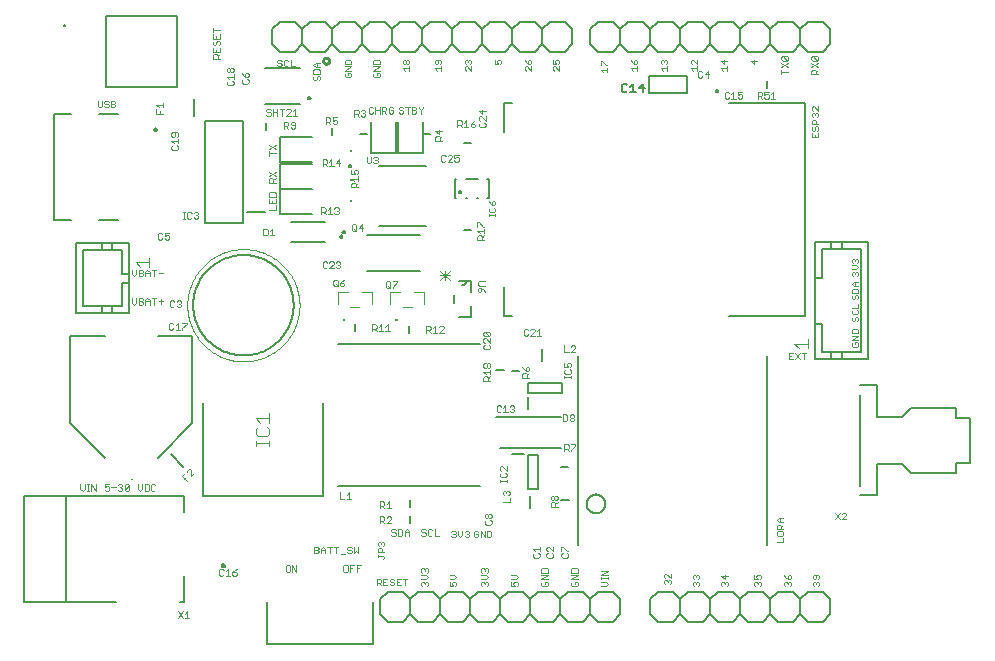
<source format=gbr>
G04 EAGLE Gerber RS-274X export*
G75*
%MOMM*%
%FSLAX34Y34*%
%LPD*%
%INSilkscreen Top*%
%IPPOS*%
%AMOC8*
5,1,8,0,0,1.08239X$1,22.5*%
G01*
%ADD10C,0.254000*%
%ADD11C,0.076200*%
%ADD12C,0.152400*%
%ADD13C,0.203200*%
%ADD14C,0.127000*%
%ADD15C,0.200000*%
%ADD16C,0.050800*%
%ADD17C,0.100000*%
%ADD18C,0.100000*%
%ADD19C,0.050000*%
%ADD20C,0.050000*%
%ADD21C,0.101600*%
%ADD22C,0.025400*%


D10*
X218440Y487680D02*
X218442Y487780D01*
X218448Y487881D01*
X218458Y487980D01*
X218472Y488080D01*
X218489Y488179D01*
X218511Y488277D01*
X218537Y488374D01*
X218566Y488470D01*
X218599Y488564D01*
X218636Y488658D01*
X218676Y488750D01*
X218720Y488840D01*
X218768Y488928D01*
X218819Y489015D01*
X218873Y489099D01*
X218931Y489181D01*
X218992Y489261D01*
X219056Y489338D01*
X219123Y489413D01*
X219193Y489485D01*
X219266Y489554D01*
X219341Y489620D01*
X219419Y489684D01*
X219499Y489744D01*
X219582Y489801D01*
X219667Y489854D01*
X219754Y489904D01*
X219843Y489951D01*
X219933Y489994D01*
X220025Y490034D01*
X220119Y490070D01*
X220214Y490102D01*
X220310Y490130D01*
X220408Y490155D01*
X220506Y490175D01*
X220605Y490192D01*
X220705Y490205D01*
X220804Y490214D01*
X220905Y490219D01*
X221005Y490220D01*
X221105Y490217D01*
X221206Y490210D01*
X221305Y490199D01*
X221405Y490184D01*
X221503Y490166D01*
X221601Y490143D01*
X221698Y490116D01*
X221793Y490086D01*
X221888Y490052D01*
X221981Y490014D01*
X222072Y489973D01*
X222162Y489928D01*
X222250Y489880D01*
X222336Y489828D01*
X222420Y489773D01*
X222501Y489714D01*
X222580Y489652D01*
X222657Y489588D01*
X222731Y489520D01*
X222802Y489449D01*
X222871Y489376D01*
X222936Y489300D01*
X222999Y489221D01*
X223058Y489140D01*
X223114Y489057D01*
X223167Y488972D01*
X223216Y488884D01*
X223262Y488795D01*
X223304Y488704D01*
X223343Y488611D01*
X223378Y488517D01*
X223409Y488422D01*
X223437Y488325D01*
X223460Y488228D01*
X223480Y488129D01*
X223496Y488030D01*
X223508Y487931D01*
X223516Y487830D01*
X223520Y487730D01*
X223520Y487630D01*
X223516Y487530D01*
X223508Y487429D01*
X223496Y487330D01*
X223480Y487231D01*
X223460Y487132D01*
X223437Y487035D01*
X223409Y486938D01*
X223378Y486843D01*
X223343Y486749D01*
X223304Y486656D01*
X223262Y486565D01*
X223216Y486476D01*
X223167Y486388D01*
X223114Y486303D01*
X223058Y486220D01*
X222999Y486139D01*
X222936Y486060D01*
X222871Y485984D01*
X222802Y485911D01*
X222731Y485840D01*
X222657Y485772D01*
X222580Y485708D01*
X222501Y485646D01*
X222420Y485587D01*
X222336Y485532D01*
X222250Y485480D01*
X222162Y485432D01*
X222072Y485387D01*
X221981Y485346D01*
X221888Y485308D01*
X221793Y485274D01*
X221698Y485244D01*
X221601Y485217D01*
X221503Y485194D01*
X221405Y485176D01*
X221305Y485161D01*
X221206Y485150D01*
X221105Y485143D01*
X221005Y485140D01*
X220905Y485141D01*
X220804Y485146D01*
X220705Y485155D01*
X220605Y485168D01*
X220506Y485185D01*
X220408Y485205D01*
X220310Y485230D01*
X220214Y485258D01*
X220119Y485290D01*
X220025Y485326D01*
X219933Y485366D01*
X219843Y485409D01*
X219754Y485456D01*
X219667Y485506D01*
X219582Y485559D01*
X219499Y485616D01*
X219419Y485676D01*
X219341Y485740D01*
X219266Y485806D01*
X219193Y485875D01*
X219123Y485947D01*
X219056Y486022D01*
X218992Y486099D01*
X218931Y486179D01*
X218873Y486261D01*
X218819Y486345D01*
X218768Y486432D01*
X218720Y486520D01*
X218676Y486610D01*
X218636Y486702D01*
X218599Y486796D01*
X218566Y486890D01*
X218537Y486986D01*
X218511Y487083D01*
X218489Y487181D01*
X218472Y487280D01*
X218458Y487380D01*
X218448Y487479D01*
X218442Y487580D01*
X218440Y487680D01*
D11*
X507238Y45227D02*
X508128Y44337D01*
X507238Y45227D02*
X507238Y47006D01*
X508128Y47896D01*
X509018Y47896D01*
X509908Y47006D01*
X509908Y46117D01*
X509908Y47006D02*
X510798Y47896D01*
X511687Y47896D01*
X512577Y47006D01*
X512577Y45227D01*
X511687Y44337D01*
X512577Y49950D02*
X512577Y53509D01*
X512577Y49950D02*
X509018Y53509D01*
X508128Y53509D01*
X507238Y52619D01*
X507238Y50840D01*
X508128Y49950D01*
X260916Y476309D02*
X261806Y477199D01*
X260916Y476309D02*
X260916Y474529D01*
X261806Y473640D01*
X265365Y473640D01*
X266255Y474529D01*
X266255Y476309D01*
X265365Y477199D01*
X263586Y477199D01*
X263586Y475419D01*
X266255Y479253D02*
X260916Y479253D01*
X266255Y482812D01*
X260916Y482812D01*
X260916Y484866D02*
X266255Y484866D01*
X266255Y487535D01*
X265365Y488425D01*
X261806Y488425D01*
X260916Y487535D01*
X260916Y484866D01*
X531368Y43957D02*
X532258Y43067D01*
X531368Y43957D02*
X531368Y45736D01*
X532258Y46626D01*
X533148Y46626D01*
X534038Y45736D01*
X534038Y44847D01*
X534038Y45736D02*
X534928Y46626D01*
X535817Y46626D01*
X536707Y45736D01*
X536707Y43957D01*
X535817Y43067D01*
X532258Y48680D02*
X531368Y49570D01*
X531368Y51349D01*
X532258Y52239D01*
X533148Y52239D01*
X534038Y51349D01*
X534038Y50460D01*
X534038Y51349D02*
X534928Y52239D01*
X535817Y52239D01*
X536707Y51349D01*
X536707Y49570D01*
X535817Y48680D01*
X555498Y43957D02*
X556388Y43067D01*
X555498Y43957D02*
X555498Y45736D01*
X556388Y46626D01*
X557278Y46626D01*
X558168Y45736D01*
X558168Y44847D01*
X558168Y45736D02*
X559058Y46626D01*
X559947Y46626D01*
X560837Y45736D01*
X560837Y43957D01*
X559947Y43067D01*
X560837Y51349D02*
X555498Y51349D01*
X558168Y48680D01*
X558168Y52239D01*
X583438Y43957D02*
X584328Y43067D01*
X583438Y43957D02*
X583438Y45736D01*
X584328Y46626D01*
X585218Y46626D01*
X586108Y45736D01*
X586108Y44847D01*
X586108Y45736D02*
X586998Y46626D01*
X587887Y46626D01*
X588777Y45736D01*
X588777Y43957D01*
X587887Y43067D01*
X583438Y48680D02*
X583438Y52239D01*
X583438Y48680D02*
X586108Y48680D01*
X585218Y50460D01*
X585218Y51349D01*
X586108Y52239D01*
X587887Y52239D01*
X588777Y51349D01*
X588777Y49570D01*
X587887Y48680D01*
X608838Y43957D02*
X609728Y43067D01*
X608838Y43957D02*
X608838Y45736D01*
X609728Y46626D01*
X610618Y46626D01*
X611508Y45736D01*
X611508Y44847D01*
X611508Y45736D02*
X612398Y46626D01*
X613287Y46626D01*
X614177Y45736D01*
X614177Y43957D01*
X613287Y43067D01*
X609728Y50460D02*
X608838Y52239D01*
X609728Y50460D02*
X611508Y48680D01*
X613287Y48680D01*
X614177Y49570D01*
X614177Y51349D01*
X613287Y52239D01*
X612398Y52239D01*
X611508Y51349D01*
X611508Y48680D01*
X632968Y43957D02*
X633858Y43067D01*
X632968Y43957D02*
X632968Y45736D01*
X633858Y46626D01*
X634748Y46626D01*
X635638Y45736D01*
X635638Y44847D01*
X635638Y45736D02*
X636528Y46626D01*
X637417Y46626D01*
X638307Y45736D01*
X638307Y43957D01*
X637417Y43067D01*
X637417Y48680D02*
X638307Y49570D01*
X638307Y51349D01*
X637417Y52239D01*
X633858Y52239D01*
X632968Y51349D01*
X632968Y49570D01*
X633858Y48680D01*
X634748Y48680D01*
X635638Y49570D01*
X635638Y52239D01*
X287906Y479375D02*
X286126Y481154D01*
X291465Y481154D01*
X291465Y479375D02*
X291465Y482934D01*
X287016Y484988D02*
X286126Y485878D01*
X286126Y487657D01*
X287016Y488547D01*
X287906Y488547D01*
X288796Y487657D01*
X289686Y488547D01*
X290575Y488547D01*
X291465Y487657D01*
X291465Y485878D01*
X290575Y484988D01*
X289686Y484988D01*
X288796Y485878D01*
X287906Y484988D01*
X287016Y484988D01*
X288796Y485878D02*
X288796Y487657D01*
X312796Y481154D02*
X314576Y479375D01*
X312796Y481154D02*
X318135Y481154D01*
X318135Y479375D02*
X318135Y482934D01*
X317245Y484988D02*
X318135Y485878D01*
X318135Y487657D01*
X317245Y488547D01*
X313686Y488547D01*
X312796Y487657D01*
X312796Y485878D01*
X313686Y484988D01*
X314576Y484988D01*
X315466Y485878D01*
X315466Y488547D01*
X343535Y482934D02*
X343535Y479375D01*
X339976Y482934D01*
X339086Y482934D01*
X338196Y482044D01*
X338196Y480265D01*
X339086Y479375D01*
X339086Y484988D02*
X338196Y485878D01*
X338196Y487657D01*
X339086Y488547D01*
X339976Y488547D01*
X340866Y487657D01*
X340866Y486767D01*
X340866Y487657D02*
X341756Y488547D01*
X342645Y488547D01*
X343535Y487657D01*
X343535Y485878D01*
X342645Y484988D01*
X363596Y484988D02*
X363596Y488547D01*
X363596Y484988D02*
X366266Y484988D01*
X365376Y486767D01*
X365376Y487657D01*
X366266Y488547D01*
X368045Y488547D01*
X368935Y487657D01*
X368935Y485878D01*
X368045Y484988D01*
X394335Y482934D02*
X394335Y479375D01*
X390776Y482934D01*
X389886Y482934D01*
X388996Y482044D01*
X388996Y480265D01*
X389886Y479375D01*
X389886Y486767D02*
X388996Y488547D01*
X389886Y486767D02*
X391666Y484988D01*
X393445Y484988D01*
X394335Y485878D01*
X394335Y487657D01*
X393445Y488547D01*
X392556Y488547D01*
X391666Y487657D01*
X391666Y484988D01*
X418465Y482934D02*
X418465Y479375D01*
X414906Y482934D01*
X414016Y482934D01*
X413126Y482044D01*
X413126Y480265D01*
X414016Y479375D01*
X413126Y484988D02*
X413126Y488547D01*
X413126Y484988D02*
X415796Y484988D01*
X414906Y486767D01*
X414906Y487657D01*
X415796Y488547D01*
X417575Y488547D01*
X418465Y487657D01*
X418465Y485878D01*
X417575Y484988D01*
X453766Y479884D02*
X455546Y478105D01*
X453766Y479884D02*
X459105Y479884D01*
X459105Y478105D02*
X459105Y481664D01*
X453766Y483718D02*
X453766Y487277D01*
X454656Y487277D01*
X458215Y483718D01*
X459105Y483718D01*
X479166Y481154D02*
X480946Y479375D01*
X479166Y481154D02*
X484505Y481154D01*
X484505Y479375D02*
X484505Y482934D01*
X480056Y486767D02*
X479166Y488547D01*
X480056Y486767D02*
X481836Y484988D01*
X483615Y484988D01*
X484505Y485878D01*
X484505Y487657D01*
X483615Y488547D01*
X482726Y488547D01*
X481836Y487657D01*
X481836Y484988D01*
X504566Y481154D02*
X506346Y479375D01*
X504566Y481154D02*
X509905Y481154D01*
X509905Y479375D02*
X509905Y482934D01*
X505456Y484988D02*
X504566Y485878D01*
X504566Y487657D01*
X505456Y488547D01*
X506346Y488547D01*
X507236Y487657D01*
X507236Y486767D01*
X507236Y487657D02*
X508126Y488547D01*
X509015Y488547D01*
X509905Y487657D01*
X509905Y485878D01*
X509015Y484988D01*
X529966Y481154D02*
X531746Y479375D01*
X529966Y481154D02*
X535305Y481154D01*
X535305Y479375D02*
X535305Y482934D01*
X535305Y484988D02*
X535305Y488547D01*
X535305Y484988D02*
X531746Y488547D01*
X530856Y488547D01*
X529966Y487657D01*
X529966Y485878D01*
X530856Y484988D01*
X555366Y481154D02*
X557146Y479375D01*
X555366Y481154D02*
X560705Y481154D01*
X560705Y479375D02*
X560705Y482934D01*
X560705Y487657D02*
X555366Y487657D01*
X558036Y484988D01*
X558036Y488547D01*
X580766Y487657D02*
X586105Y487657D01*
X583436Y484988D02*
X580766Y487657D01*
X583436Y488547D02*
X583436Y484988D01*
X606420Y478411D02*
X611759Y478411D01*
X606420Y476631D02*
X606420Y480190D01*
X606420Y482244D02*
X611759Y485803D01*
X611759Y482244D02*
X606420Y485803D01*
X607310Y487857D02*
X610869Y487857D01*
X607310Y487857D02*
X606420Y488747D01*
X606420Y490526D01*
X607310Y491416D01*
X610869Y491416D01*
X611759Y490526D01*
X611759Y488747D01*
X610869Y487857D01*
X607310Y491416D01*
X631820Y476631D02*
X637159Y476631D01*
X631820Y476631D02*
X631820Y479300D01*
X632710Y480190D01*
X634490Y480190D01*
X635380Y479300D01*
X635380Y476631D01*
X635380Y478411D02*
X637159Y480190D01*
X637159Y485803D02*
X631820Y482244D01*
X631820Y485803D02*
X637159Y482244D01*
X636269Y487857D02*
X632710Y487857D01*
X631820Y488747D01*
X631820Y490526D01*
X632710Y491416D01*
X636269Y491416D01*
X637159Y490526D01*
X637159Y488747D01*
X636269Y487857D01*
X632710Y491416D01*
X237676Y477199D02*
X236786Y476309D01*
X236786Y474529D01*
X237676Y473640D01*
X241235Y473640D01*
X242125Y474529D01*
X242125Y476309D01*
X241235Y477199D01*
X239456Y477199D01*
X239456Y475419D01*
X242125Y479253D02*
X236786Y479253D01*
X242125Y482812D01*
X236786Y482812D01*
X236786Y484866D02*
X242125Y484866D01*
X242125Y487535D01*
X241235Y488425D01*
X237676Y488425D01*
X236786Y487535D01*
X236786Y484866D01*
X211006Y474659D02*
X210116Y473769D01*
X210116Y471989D01*
X211006Y471100D01*
X211896Y471100D01*
X212786Y471989D01*
X212786Y473769D01*
X213676Y474659D01*
X214565Y474659D01*
X215455Y473769D01*
X215455Y471989D01*
X214565Y471100D01*
X215455Y476713D02*
X210116Y476713D01*
X215455Y476713D02*
X215455Y479382D01*
X214565Y480272D01*
X211006Y480272D01*
X210116Y479382D01*
X210116Y476713D01*
X211896Y482326D02*
X215455Y482326D01*
X211896Y482326D02*
X210116Y484105D01*
X211896Y485885D01*
X215455Y485885D01*
X212786Y485885D02*
X212786Y482326D01*
X183132Y487620D02*
X182242Y488510D01*
X180463Y488510D01*
X179573Y487620D01*
X179573Y486730D01*
X180463Y485840D01*
X182242Y485840D01*
X183132Y484951D01*
X183132Y484061D01*
X182242Y483171D01*
X180463Y483171D01*
X179573Y484061D01*
X187855Y488510D02*
X188745Y487620D01*
X187855Y488510D02*
X186076Y488510D01*
X185186Y487620D01*
X185186Y484061D01*
X186076Y483171D01*
X187855Y483171D01*
X188745Y484061D01*
X190799Y483171D02*
X190799Y488510D01*
X190799Y483171D02*
X194358Y483171D01*
X453898Y43067D02*
X457458Y43067D01*
X459237Y44847D01*
X457458Y46626D01*
X453898Y46626D01*
X459237Y48680D02*
X459237Y50460D01*
X459237Y49570D02*
X453898Y49570D01*
X453898Y48680D02*
X453898Y50460D01*
X453898Y52422D02*
X459237Y52422D01*
X459237Y55981D02*
X453898Y52422D01*
X453898Y55981D02*
X459237Y55981D01*
X429388Y46626D02*
X428498Y45736D01*
X428498Y43957D01*
X429388Y43067D01*
X432947Y43067D01*
X433837Y43957D01*
X433837Y45736D01*
X432947Y46626D01*
X431168Y46626D01*
X431168Y44847D01*
X433837Y48680D02*
X428498Y48680D01*
X433837Y52239D01*
X428498Y52239D01*
X428498Y54293D02*
X433837Y54293D01*
X433837Y56962D01*
X432947Y57852D01*
X429388Y57852D01*
X428498Y56962D01*
X428498Y54293D01*
X403988Y46626D02*
X403098Y45736D01*
X403098Y43957D01*
X403988Y43067D01*
X407547Y43067D01*
X408437Y43957D01*
X408437Y45736D01*
X407547Y46626D01*
X405768Y46626D01*
X405768Y44847D01*
X408437Y48680D02*
X403098Y48680D01*
X408437Y52239D01*
X403098Y52239D01*
X403098Y54293D02*
X408437Y54293D01*
X408437Y56962D01*
X407547Y57852D01*
X403988Y57852D01*
X403098Y56962D01*
X403098Y54293D01*
X377698Y46626D02*
X377698Y43067D01*
X380368Y43067D01*
X379478Y44847D01*
X379478Y45736D01*
X380368Y46626D01*
X382147Y46626D01*
X383037Y45736D01*
X383037Y43957D01*
X382147Y43067D01*
X381258Y48680D02*
X377698Y48680D01*
X381258Y48680D02*
X383037Y50460D01*
X381258Y52239D01*
X377698Y52239D01*
X353188Y43067D02*
X352298Y43957D01*
X352298Y45736D01*
X353188Y46626D01*
X354078Y46626D01*
X354968Y45736D01*
X354968Y44847D01*
X354968Y45736D02*
X355858Y46626D01*
X356747Y46626D01*
X357637Y45736D01*
X357637Y43957D01*
X356747Y43067D01*
X355858Y48680D02*
X352298Y48680D01*
X355858Y48680D02*
X357637Y50460D01*
X355858Y52239D01*
X352298Y52239D01*
X353188Y54293D02*
X352298Y55183D01*
X352298Y56962D01*
X353188Y57852D01*
X354078Y57852D01*
X354968Y56962D01*
X354968Y56073D01*
X354968Y56962D02*
X355858Y57852D01*
X356747Y57852D01*
X357637Y56962D01*
X357637Y55183D01*
X356747Y54293D01*
X325628Y46626D02*
X325628Y43067D01*
X328298Y43067D01*
X327408Y44847D01*
X327408Y45736D01*
X328298Y46626D01*
X330077Y46626D01*
X330967Y45736D01*
X330967Y43957D01*
X330077Y43067D01*
X329188Y48680D02*
X325628Y48680D01*
X329188Y48680D02*
X330967Y50460D01*
X329188Y52239D01*
X325628Y52239D01*
X302388Y43067D02*
X301498Y43957D01*
X301498Y45736D01*
X302388Y46626D01*
X303278Y46626D01*
X304168Y45736D01*
X304168Y44847D01*
X304168Y45736D02*
X305058Y46626D01*
X305947Y46626D01*
X306837Y45736D01*
X306837Y43957D01*
X305947Y43067D01*
X305058Y48680D02*
X301498Y48680D01*
X305058Y48680D02*
X306837Y50460D01*
X305058Y52239D01*
X301498Y52239D01*
X302388Y54293D02*
X301498Y55183D01*
X301498Y56962D01*
X302388Y57852D01*
X303278Y57852D01*
X304168Y56962D01*
X304168Y56073D01*
X304168Y56962D02*
X305058Y57852D01*
X305947Y57852D01*
X306837Y56962D01*
X306837Y55183D01*
X305947Y54293D01*
X263639Y49032D02*
X263639Y43693D01*
X263639Y49032D02*
X266309Y49032D01*
X267198Y48142D01*
X267198Y46362D01*
X266309Y45473D01*
X263639Y45473D01*
X265419Y45473D02*
X267198Y43693D01*
X269253Y49032D02*
X272812Y49032D01*
X269253Y49032D02*
X269253Y43693D01*
X272812Y43693D01*
X271032Y46362D02*
X269253Y46362D01*
X277535Y49032D02*
X278425Y48142D01*
X277535Y49032D02*
X275755Y49032D01*
X274866Y48142D01*
X274866Y47252D01*
X275755Y46362D01*
X277535Y46362D01*
X278425Y45473D01*
X278425Y44583D01*
X277535Y43693D01*
X275755Y43693D01*
X274866Y44583D01*
X280479Y49032D02*
X284038Y49032D01*
X280479Y49032D02*
X280479Y43693D01*
X284038Y43693D01*
X282258Y46362D02*
X280479Y46362D01*
X287871Y43693D02*
X287871Y49032D01*
X286092Y49032D02*
X289651Y49032D01*
X189168Y60462D02*
X187389Y60462D01*
X186499Y59572D01*
X186499Y56013D01*
X187389Y55123D01*
X189168Y55123D01*
X190058Y56013D01*
X190058Y59572D01*
X189168Y60462D01*
X192112Y60462D02*
X192112Y55123D01*
X195671Y55123D02*
X192112Y60462D01*
X195671Y60462D02*
X195671Y55123D01*
X236385Y60462D02*
X238165Y60462D01*
X236385Y60462D02*
X235496Y59572D01*
X235496Y56013D01*
X236385Y55123D01*
X238165Y55123D01*
X239055Y56013D01*
X239055Y59572D01*
X238165Y60462D01*
X241109Y60462D02*
X241109Y55123D01*
X241109Y60462D02*
X244668Y60462D01*
X242888Y57792D02*
X241109Y57792D01*
X246722Y55123D02*
X246722Y60462D01*
X250281Y60462D01*
X248501Y57792D02*
X246722Y57792D01*
X279695Y90052D02*
X278805Y90942D01*
X277025Y90942D01*
X276136Y90052D01*
X276136Y89162D01*
X277025Y88272D01*
X278805Y88272D01*
X279695Y87383D01*
X279695Y86493D01*
X278805Y85603D01*
X277025Y85603D01*
X276136Y86493D01*
X281749Y85603D02*
X281749Y90942D01*
X281749Y85603D02*
X284418Y85603D01*
X285308Y86493D01*
X285308Y90052D01*
X284418Y90942D01*
X281749Y90942D01*
X287362Y89162D02*
X287362Y85603D01*
X287362Y89162D02*
X289141Y90942D01*
X290921Y89162D01*
X290921Y85603D01*
X290921Y88272D02*
X287362Y88272D01*
X304205Y90942D02*
X305095Y90052D01*
X304205Y90942D02*
X302425Y90942D01*
X301536Y90052D01*
X301536Y89162D01*
X302425Y88272D01*
X304205Y88272D01*
X305095Y87383D01*
X305095Y86493D01*
X304205Y85603D01*
X302425Y85603D01*
X301536Y86493D01*
X309818Y90942D02*
X310708Y90052D01*
X309818Y90942D02*
X308039Y90942D01*
X307149Y90052D01*
X307149Y86493D01*
X308039Y85603D01*
X309818Y85603D01*
X310708Y86493D01*
X312762Y85603D02*
X312762Y90942D01*
X312762Y85603D02*
X316321Y85603D01*
X326936Y88782D02*
X327825Y89672D01*
X329605Y89672D01*
X330495Y88782D01*
X330495Y87892D01*
X329605Y87002D01*
X328715Y87002D01*
X329605Y87002D02*
X330495Y86113D01*
X330495Y85223D01*
X329605Y84333D01*
X327825Y84333D01*
X326936Y85223D01*
X332549Y86113D02*
X332549Y89672D01*
X332549Y86113D02*
X334328Y84333D01*
X336108Y86113D01*
X336108Y89672D01*
X338162Y88782D02*
X339052Y89672D01*
X340831Y89672D01*
X341721Y88782D01*
X341721Y87892D01*
X340831Y87002D01*
X339941Y87002D01*
X340831Y87002D02*
X341721Y86113D01*
X341721Y85223D01*
X340831Y84333D01*
X339052Y84333D01*
X338162Y85223D01*
X348655Y89672D02*
X349545Y88782D01*
X348655Y89672D02*
X346875Y89672D01*
X345986Y88782D01*
X345986Y85223D01*
X346875Y84333D01*
X348655Y84333D01*
X349545Y85223D01*
X349545Y87002D01*
X347765Y87002D01*
X351599Y84333D02*
X351599Y89672D01*
X355158Y84333D01*
X355158Y89672D01*
X357212Y89672D02*
X357212Y84333D01*
X359881Y84333D01*
X360771Y85223D01*
X360771Y88782D01*
X359881Y89672D01*
X357212Y89672D01*
X56629Y307093D02*
X56629Y310652D01*
X56629Y307093D02*
X58409Y305313D01*
X60188Y307093D01*
X60188Y310652D01*
X62243Y310652D02*
X62243Y305313D01*
X62243Y310652D02*
X64912Y310652D01*
X65802Y309762D01*
X65802Y308872D01*
X64912Y307982D01*
X65802Y307093D01*
X65802Y306203D01*
X64912Y305313D01*
X62243Y305313D01*
X62243Y307982D02*
X64912Y307982D01*
X67856Y308872D02*
X67856Y305313D01*
X67856Y308872D02*
X69635Y310652D01*
X71415Y308872D01*
X71415Y305313D01*
X71415Y307982D02*
X67856Y307982D01*
X75248Y305313D02*
X75248Y310652D01*
X73469Y310652D02*
X77028Y310652D01*
X79082Y307982D02*
X82641Y307982D01*
X56629Y286522D02*
X56629Y282963D01*
X58409Y281183D01*
X60188Y282963D01*
X60188Y286522D01*
X62243Y286522D02*
X62243Y281183D01*
X62243Y286522D02*
X64912Y286522D01*
X65802Y285632D01*
X65802Y284742D01*
X64912Y283852D01*
X65802Y282963D01*
X65802Y282073D01*
X64912Y281183D01*
X62243Y281183D01*
X62243Y283852D02*
X64912Y283852D01*
X67856Y284742D02*
X67856Y281183D01*
X67856Y284742D02*
X69635Y286522D01*
X71415Y284742D01*
X71415Y281183D01*
X71415Y283852D02*
X67856Y283852D01*
X75248Y281183D02*
X75248Y286522D01*
X73469Y286522D02*
X77028Y286522D01*
X79082Y283852D02*
X82641Y283852D01*
X80861Y282073D02*
X80861Y285632D01*
X665978Y269915D02*
X666868Y270805D01*
X665978Y269915D02*
X665978Y268135D01*
X666868Y267246D01*
X667758Y267246D01*
X668648Y268135D01*
X668648Y269915D01*
X669538Y270805D01*
X670427Y270805D01*
X671317Y269915D01*
X671317Y268135D01*
X670427Y267246D01*
X665978Y275528D02*
X666868Y276418D01*
X665978Y275528D02*
X665978Y273749D01*
X666868Y272859D01*
X670427Y272859D01*
X671317Y273749D01*
X671317Y275528D01*
X670427Y276418D01*
X671317Y278472D02*
X665978Y278472D01*
X671317Y278472D02*
X671317Y282031D01*
X666868Y305346D02*
X665978Y306235D01*
X665978Y308015D01*
X666868Y308905D01*
X667758Y308905D01*
X668648Y308015D01*
X668648Y307125D01*
X668648Y308015D02*
X669538Y308905D01*
X670427Y308905D01*
X671317Y308015D01*
X671317Y306235D01*
X670427Y305346D01*
X669538Y310959D02*
X665978Y310959D01*
X669538Y310959D02*
X671317Y312738D01*
X669538Y314518D01*
X665978Y314518D01*
X666868Y316572D02*
X665978Y317462D01*
X665978Y319241D01*
X666868Y320131D01*
X667758Y320131D01*
X668648Y319241D01*
X668648Y318351D01*
X668648Y319241D02*
X669538Y320131D01*
X670427Y320131D01*
X671317Y319241D01*
X671317Y317462D01*
X670427Y316572D01*
X666878Y289196D02*
X665988Y288306D01*
X665988Y286527D01*
X666878Y285637D01*
X667768Y285637D01*
X668658Y286527D01*
X668658Y288306D01*
X669548Y289196D01*
X670437Y289196D01*
X671327Y288306D01*
X671327Y286527D01*
X670437Y285637D01*
X671327Y291250D02*
X665988Y291250D01*
X671327Y291250D02*
X671327Y293919D01*
X670437Y294809D01*
X666878Y294809D01*
X665988Y293919D01*
X665988Y291250D01*
X667768Y296863D02*
X671327Y296863D01*
X667768Y296863D02*
X665988Y298643D01*
X667768Y300422D01*
X671327Y300422D01*
X668658Y300422D02*
X668658Y296863D01*
X666868Y249215D02*
X665978Y248325D01*
X665978Y246545D01*
X666868Y245656D01*
X670427Y245656D01*
X671317Y246545D01*
X671317Y248325D01*
X670427Y249215D01*
X668648Y249215D01*
X668648Y247435D01*
X671317Y251269D02*
X665978Y251269D01*
X671317Y254828D01*
X665978Y254828D01*
X665978Y256882D02*
X671317Y256882D01*
X671317Y259551D01*
X670427Y260441D01*
X666868Y260441D01*
X665978Y259551D01*
X665978Y256882D01*
X12859Y129042D02*
X12859Y125483D01*
X14638Y123703D01*
X16418Y125483D01*
X16418Y129042D01*
X18472Y123703D02*
X20251Y123703D01*
X19362Y123703D02*
X19362Y129042D01*
X20251Y129042D02*
X18472Y129042D01*
X22214Y129042D02*
X22214Y123703D01*
X25773Y123703D02*
X22214Y129042D01*
X25773Y129042D02*
X25773Y123703D01*
X33440Y129042D02*
X36999Y129042D01*
X33440Y129042D02*
X33440Y126372D01*
X35220Y127262D01*
X36109Y127262D01*
X36999Y126372D01*
X36999Y124593D01*
X36109Y123703D01*
X34330Y123703D01*
X33440Y124593D01*
X39053Y126372D02*
X42612Y126372D01*
X44666Y128152D02*
X45556Y129042D01*
X47335Y129042D01*
X48225Y128152D01*
X48225Y127262D01*
X47335Y126372D01*
X46446Y126372D01*
X47335Y126372D02*
X48225Y125483D01*
X48225Y124593D01*
X47335Y123703D01*
X45556Y123703D01*
X44666Y124593D01*
X50279Y124593D02*
X50279Y128152D01*
X51169Y129042D01*
X52949Y129042D01*
X53838Y128152D01*
X53838Y124593D01*
X52949Y123703D01*
X51169Y123703D01*
X50279Y124593D01*
X53838Y128152D01*
X61505Y129042D02*
X61505Y125483D01*
X63285Y123703D01*
X65065Y125483D01*
X65065Y129042D01*
X67119Y129042D02*
X67119Y123703D01*
X69788Y123703D01*
X70678Y124593D01*
X70678Y128152D01*
X69788Y129042D01*
X67119Y129042D01*
X75401Y129042D02*
X76291Y128152D01*
X75401Y129042D02*
X73621Y129042D01*
X72732Y128152D01*
X72732Y124593D01*
X73621Y123703D01*
X75401Y123703D01*
X76291Y124593D01*
X602478Y80023D02*
X607817Y80023D01*
X607817Y83582D01*
X602478Y86525D02*
X602478Y88305D01*
X602478Y86525D02*
X603368Y85636D01*
X606927Y85636D01*
X607817Y86525D01*
X607817Y88305D01*
X606927Y89195D01*
X603368Y89195D01*
X602478Y88305D01*
X602478Y91249D02*
X607817Y91249D01*
X602478Y91249D02*
X602478Y93918D01*
X603368Y94808D01*
X605148Y94808D01*
X606038Y93918D01*
X606038Y91249D01*
X606038Y93028D02*
X607817Y94808D01*
X607817Y96862D02*
X604258Y96862D01*
X602478Y98641D01*
X604258Y100421D01*
X607817Y100421D01*
X605148Y100421D02*
X605148Y96862D01*
D12*
X488950Y495300D02*
X476250Y495300D01*
X469900Y501650D01*
X469900Y514350D01*
X476250Y520700D01*
X514350Y495300D02*
X520700Y501650D01*
X514350Y495300D02*
X501650Y495300D01*
X495300Y501650D01*
X495300Y514350D01*
X501650Y520700D01*
X514350Y520700D01*
X520700Y514350D01*
X495300Y501650D02*
X488950Y495300D01*
X495300Y514350D02*
X488950Y520700D01*
X476250Y520700D01*
X552450Y495300D02*
X565150Y495300D01*
X552450Y495300D02*
X546100Y501650D01*
X546100Y514350D01*
X552450Y520700D01*
X546100Y501650D02*
X539750Y495300D01*
X527050Y495300D01*
X520700Y501650D01*
X520700Y514350D01*
X527050Y520700D01*
X539750Y520700D01*
X546100Y514350D01*
X590550Y495300D02*
X596900Y501650D01*
X590550Y495300D02*
X577850Y495300D01*
X571500Y501650D01*
X571500Y514350D01*
X577850Y520700D01*
X590550Y520700D01*
X596900Y514350D01*
X571500Y501650D02*
X565150Y495300D01*
X571500Y514350D02*
X565150Y520700D01*
X552450Y520700D01*
X628650Y495300D02*
X641350Y495300D01*
X628650Y495300D02*
X622300Y501650D01*
X622300Y514350D01*
X628650Y520700D01*
X622300Y501650D02*
X615950Y495300D01*
X603250Y495300D01*
X596900Y501650D01*
X596900Y514350D01*
X603250Y520700D01*
X615950Y520700D01*
X622300Y514350D01*
X647700Y514350D02*
X647700Y501650D01*
X641350Y495300D01*
X647700Y514350D02*
X641350Y520700D01*
X628650Y520700D01*
X463550Y495300D02*
X450850Y495300D01*
X444500Y501650D01*
X444500Y514350D01*
X450850Y520700D01*
X469900Y501650D02*
X463550Y495300D01*
X469900Y514350D02*
X463550Y520700D01*
X450850Y520700D01*
X226060Y501650D02*
X219710Y495300D01*
X207010Y495300D01*
X200660Y501650D01*
X200660Y514350D01*
X207010Y520700D01*
X219710Y520700D01*
X226060Y514350D01*
X257810Y495300D02*
X270510Y495300D01*
X257810Y495300D02*
X251460Y501650D01*
X251460Y514350D01*
X257810Y520700D01*
X251460Y501650D02*
X245110Y495300D01*
X232410Y495300D01*
X226060Y501650D01*
X226060Y514350D01*
X232410Y520700D01*
X245110Y520700D01*
X251460Y514350D01*
X295910Y495300D02*
X302260Y501650D01*
X295910Y495300D02*
X283210Y495300D01*
X276860Y501650D01*
X276860Y514350D01*
X283210Y520700D01*
X295910Y520700D01*
X302260Y514350D01*
X276860Y501650D02*
X270510Y495300D01*
X276860Y514350D02*
X270510Y520700D01*
X257810Y520700D01*
X334010Y495300D02*
X346710Y495300D01*
X334010Y495300D02*
X327660Y501650D01*
X327660Y514350D01*
X334010Y520700D01*
X327660Y501650D02*
X321310Y495300D01*
X308610Y495300D01*
X302260Y501650D01*
X302260Y514350D01*
X308610Y520700D01*
X321310Y520700D01*
X327660Y514350D01*
X372110Y495300D02*
X378460Y501650D01*
X372110Y495300D02*
X359410Y495300D01*
X353060Y501650D01*
X353060Y514350D01*
X359410Y520700D01*
X372110Y520700D01*
X378460Y514350D01*
X353060Y501650D02*
X346710Y495300D01*
X353060Y514350D02*
X346710Y520700D01*
X334010Y520700D01*
X410210Y495300D02*
X422910Y495300D01*
X410210Y495300D02*
X403860Y501650D01*
X403860Y514350D01*
X410210Y520700D01*
X403860Y501650D02*
X397510Y495300D01*
X384810Y495300D01*
X378460Y501650D01*
X378460Y514350D01*
X384810Y520700D01*
X397510Y520700D01*
X403860Y514350D01*
X429260Y514350D02*
X429260Y501650D01*
X422910Y495300D01*
X429260Y514350D02*
X422910Y520700D01*
X410210Y520700D01*
X194310Y495300D02*
X181610Y495300D01*
X175260Y501650D01*
X175260Y514350D01*
X181610Y520700D01*
X200660Y501650D02*
X194310Y495300D01*
X200660Y514350D02*
X194310Y520700D01*
X181610Y520700D01*
X577850Y38100D02*
X590550Y38100D01*
X596900Y31750D01*
X596900Y19050D01*
X590550Y12700D01*
X596900Y31750D02*
X603250Y38100D01*
X615950Y38100D01*
X622300Y31750D01*
X622300Y19050D01*
X615950Y12700D01*
X603250Y12700D01*
X596900Y19050D01*
X552450Y38100D02*
X546100Y31750D01*
X552450Y38100D02*
X565150Y38100D01*
X571500Y31750D01*
X571500Y19050D01*
X565150Y12700D01*
X552450Y12700D01*
X546100Y19050D01*
X571500Y31750D02*
X577850Y38100D01*
X571500Y19050D02*
X577850Y12700D01*
X590550Y12700D01*
X514350Y38100D02*
X501650Y38100D01*
X514350Y38100D02*
X520700Y31750D01*
X520700Y19050D01*
X514350Y12700D01*
X520700Y31750D02*
X527050Y38100D01*
X539750Y38100D01*
X546100Y31750D01*
X546100Y19050D01*
X539750Y12700D01*
X527050Y12700D01*
X520700Y19050D01*
X495300Y19050D02*
X495300Y31750D01*
X501650Y38100D01*
X495300Y19050D02*
X501650Y12700D01*
X514350Y12700D01*
X628650Y38100D02*
X641350Y38100D01*
X647700Y31750D01*
X647700Y19050D01*
X641350Y12700D01*
X622300Y31750D02*
X628650Y38100D01*
X622300Y19050D02*
X628650Y12700D01*
X641350Y12700D01*
X438150Y38100D02*
X425450Y38100D01*
X438150Y38100D02*
X444500Y31750D01*
X444500Y19050D01*
X438150Y12700D01*
X400050Y38100D02*
X393700Y31750D01*
X400050Y38100D02*
X412750Y38100D01*
X419100Y31750D01*
X419100Y19050D01*
X412750Y12700D01*
X400050Y12700D01*
X393700Y19050D01*
X419100Y31750D02*
X425450Y38100D01*
X419100Y19050D02*
X425450Y12700D01*
X438150Y12700D01*
X361950Y38100D02*
X349250Y38100D01*
X361950Y38100D02*
X368300Y31750D01*
X368300Y19050D01*
X361950Y12700D01*
X368300Y31750D02*
X374650Y38100D01*
X387350Y38100D01*
X393700Y31750D01*
X393700Y19050D01*
X387350Y12700D01*
X374650Y12700D01*
X368300Y19050D01*
X323850Y38100D02*
X317500Y31750D01*
X323850Y38100D02*
X336550Y38100D01*
X342900Y31750D01*
X342900Y19050D01*
X336550Y12700D01*
X323850Y12700D01*
X317500Y19050D01*
X342900Y31750D02*
X349250Y38100D01*
X342900Y19050D02*
X349250Y12700D01*
X361950Y12700D01*
X285750Y38100D02*
X273050Y38100D01*
X285750Y38100D02*
X292100Y31750D01*
X292100Y19050D01*
X285750Y12700D01*
X292100Y31750D02*
X298450Y38100D01*
X311150Y38100D01*
X317500Y31750D01*
X317500Y19050D01*
X311150Y12700D01*
X298450Y12700D01*
X292100Y19050D01*
X266700Y19050D02*
X266700Y31750D01*
X273050Y38100D01*
X266700Y19050D02*
X273050Y12700D01*
X285750Y12700D01*
X450850Y38100D02*
X463550Y38100D01*
X469900Y31750D01*
X469900Y19050D01*
X463550Y12700D01*
X444500Y31750D02*
X450850Y38100D01*
X444500Y19050D02*
X450850Y12700D01*
X463550Y12700D01*
D13*
X494540Y460360D02*
X526540Y460360D01*
X494540Y460360D02*
X494540Y474360D01*
X526540Y474360D01*
X526540Y460360D01*
D12*
X475476Y466772D02*
X474374Y467874D01*
X472171Y467874D01*
X471070Y466772D01*
X471070Y462366D01*
X472171Y461264D01*
X474374Y461264D01*
X475476Y462366D01*
X478554Y465670D02*
X480757Y467874D01*
X480757Y461264D01*
X478554Y461264D02*
X482960Y461264D01*
X489343Y461264D02*
X489343Y467874D01*
X486038Y464569D01*
X490444Y464569D01*
D14*
X378110Y451950D02*
X371610Y451950D01*
X371610Y427450D01*
X371610Y296450D02*
X371610Y271950D01*
X378110Y271950D01*
X561610Y451950D02*
X626610Y451950D01*
X626610Y271950D01*
X561610Y271950D01*
D15*
X550610Y461950D02*
X550612Y462013D01*
X550618Y462075D01*
X550628Y462137D01*
X550641Y462199D01*
X550659Y462259D01*
X550680Y462318D01*
X550705Y462376D01*
X550734Y462432D01*
X550766Y462486D01*
X550801Y462538D01*
X550839Y462587D01*
X550881Y462635D01*
X550925Y462679D01*
X550973Y462721D01*
X551022Y462759D01*
X551074Y462794D01*
X551128Y462826D01*
X551184Y462855D01*
X551242Y462880D01*
X551301Y462901D01*
X551361Y462919D01*
X551423Y462932D01*
X551485Y462942D01*
X551547Y462948D01*
X551610Y462950D01*
X551673Y462948D01*
X551735Y462942D01*
X551797Y462932D01*
X551859Y462919D01*
X551919Y462901D01*
X551978Y462880D01*
X552036Y462855D01*
X552092Y462826D01*
X552146Y462794D01*
X552198Y462759D01*
X552247Y462721D01*
X552295Y462679D01*
X552339Y462635D01*
X552381Y462587D01*
X552419Y462538D01*
X552454Y462486D01*
X552486Y462432D01*
X552515Y462376D01*
X552540Y462318D01*
X552561Y462259D01*
X552579Y462199D01*
X552592Y462137D01*
X552602Y462075D01*
X552608Y462013D01*
X552610Y461950D01*
X552608Y461887D01*
X552602Y461825D01*
X552592Y461763D01*
X552579Y461701D01*
X552561Y461641D01*
X552540Y461582D01*
X552515Y461524D01*
X552486Y461468D01*
X552454Y461414D01*
X552419Y461362D01*
X552381Y461313D01*
X552339Y461265D01*
X552295Y461221D01*
X552247Y461179D01*
X552198Y461141D01*
X552146Y461106D01*
X552092Y461074D01*
X552036Y461045D01*
X551978Y461020D01*
X551919Y460999D01*
X551859Y460981D01*
X551797Y460968D01*
X551735Y460958D01*
X551673Y460952D01*
X551610Y460950D01*
X551547Y460952D01*
X551485Y460958D01*
X551423Y460968D01*
X551361Y460981D01*
X551301Y460999D01*
X551242Y461020D01*
X551184Y461045D01*
X551128Y461074D01*
X551074Y461106D01*
X551022Y461141D01*
X550973Y461179D01*
X550925Y461221D01*
X550881Y461265D01*
X550839Y461313D01*
X550801Y461362D01*
X550766Y461414D01*
X550734Y461468D01*
X550705Y461524D01*
X550680Y461582D01*
X550659Y461641D01*
X550641Y461701D01*
X550628Y461763D01*
X550618Y461825D01*
X550612Y461887D01*
X550610Y461950D01*
D16*
X631859Y426517D02*
X631859Y422788D01*
X637452Y422788D01*
X637452Y426517D01*
X634656Y424653D02*
X634656Y422788D01*
X631859Y431198D02*
X632791Y432130D01*
X631859Y431198D02*
X631859Y429334D01*
X632791Y428402D01*
X633724Y428402D01*
X634656Y429334D01*
X634656Y431198D01*
X635588Y432130D01*
X636520Y432130D01*
X637452Y431198D01*
X637452Y429334D01*
X636520Y428402D01*
X637452Y434015D02*
X631859Y434015D01*
X631859Y436811D01*
X632791Y437743D01*
X634656Y437743D01*
X635588Y436811D01*
X635588Y434015D01*
X632791Y439628D02*
X631859Y440560D01*
X631859Y442424D01*
X632791Y443356D01*
X633724Y443356D01*
X634656Y442424D01*
X634656Y441492D01*
X634656Y442424D02*
X635588Y443356D01*
X636520Y443356D01*
X637452Y442424D01*
X637452Y440560D01*
X636520Y439628D01*
X637452Y445241D02*
X637452Y448969D01*
X637452Y445241D02*
X633724Y448969D01*
X632791Y448969D01*
X631859Y448037D01*
X631859Y446173D01*
X632791Y445241D01*
D15*
X245110Y264620D02*
X245110Y258620D01*
D16*
X259804Y258826D02*
X259804Y264419D01*
X262601Y264419D01*
X263533Y263487D01*
X263533Y261622D01*
X262601Y260690D01*
X259804Y260690D01*
X261669Y260690D02*
X263533Y258826D01*
X265417Y262555D02*
X267282Y264419D01*
X267282Y258826D01*
X269146Y258826D02*
X265417Y258826D01*
X271031Y262555D02*
X272895Y264419D01*
X272895Y258826D01*
X271031Y258826D02*
X274759Y258826D01*
D15*
X594360Y464360D02*
X594360Y470360D01*
D16*
X586194Y461269D02*
X586194Y455676D01*
X586194Y461269D02*
X588991Y461269D01*
X589923Y460337D01*
X589923Y458472D01*
X588991Y457540D01*
X586194Y457540D01*
X588059Y457540D02*
X589923Y455676D01*
X591807Y461269D02*
X595536Y461269D01*
X591807Y461269D02*
X591807Y458472D01*
X593672Y459405D01*
X594604Y459405D01*
X595536Y458472D01*
X595536Y456608D01*
X594604Y455676D01*
X592740Y455676D01*
X591807Y456608D01*
X597421Y459405D02*
X599285Y461269D01*
X599285Y455676D01*
X597421Y455676D02*
X601149Y455676D01*
D15*
X290830Y263350D02*
X290830Y257350D01*
D16*
X305524Y257556D02*
X305524Y263149D01*
X308321Y263149D01*
X309253Y262217D01*
X309253Y260352D01*
X308321Y259420D01*
X305524Y259420D01*
X307389Y259420D02*
X309253Y257556D01*
X311137Y261285D02*
X313002Y263149D01*
X313002Y257556D01*
X314866Y257556D02*
X311137Y257556D01*
X316751Y257556D02*
X320479Y257556D01*
X316751Y257556D02*
X320479Y261285D01*
X320479Y262217D01*
X319547Y263149D01*
X317683Y263149D01*
X316751Y262217D01*
D17*
X241060Y369570D03*
D18*
X241062Y369526D01*
X241068Y369483D01*
X241077Y369441D01*
X241090Y369399D01*
X241107Y369359D01*
X241127Y369320D01*
X241150Y369283D01*
X241177Y369249D01*
X241206Y369216D01*
X241239Y369187D01*
X241273Y369160D01*
X241310Y369137D01*
X241349Y369117D01*
X241389Y369100D01*
X241431Y369087D01*
X241473Y369078D01*
X241516Y369072D01*
X241560Y369070D01*
X241604Y369072D01*
X241647Y369078D01*
X241689Y369087D01*
X241731Y369100D01*
X241771Y369117D01*
X241810Y369137D01*
X241847Y369160D01*
X241881Y369187D01*
X241914Y369216D01*
X241943Y369249D01*
X241970Y369283D01*
X241993Y369320D01*
X242013Y369359D01*
X242030Y369399D01*
X242043Y369441D01*
X242052Y369483D01*
X242058Y369526D01*
X242060Y369570D01*
D17*
X242060Y369570D03*
D18*
X242058Y369614D01*
X242052Y369657D01*
X242043Y369699D01*
X242030Y369741D01*
X242013Y369781D01*
X241993Y369820D01*
X241970Y369857D01*
X241943Y369891D01*
X241914Y369924D01*
X241881Y369953D01*
X241847Y369980D01*
X241810Y370003D01*
X241771Y370023D01*
X241731Y370040D01*
X241689Y370053D01*
X241647Y370062D01*
X241604Y370068D01*
X241560Y370070D01*
X241516Y370068D01*
X241473Y370062D01*
X241431Y370053D01*
X241389Y370040D01*
X241349Y370023D01*
X241310Y370003D01*
X241273Y369980D01*
X241239Y369953D01*
X241206Y369924D01*
X241177Y369891D01*
X241150Y369857D01*
X241127Y369820D01*
X241107Y369781D01*
X241090Y369741D01*
X241077Y369699D01*
X241068Y369657D01*
X241062Y369614D01*
X241060Y369570D01*
D16*
X216624Y363479D02*
X216624Y357886D01*
X216624Y363479D02*
X219421Y363479D01*
X220353Y362547D01*
X220353Y360682D01*
X219421Y359750D01*
X216624Y359750D01*
X218489Y359750D02*
X220353Y357886D01*
X222237Y361615D02*
X224102Y363479D01*
X224102Y357886D01*
X225966Y357886D02*
X222237Y357886D01*
X227851Y362547D02*
X228783Y363479D01*
X230647Y363479D01*
X231579Y362547D01*
X231579Y361615D01*
X230647Y360682D01*
X229715Y360682D01*
X230647Y360682D02*
X231579Y359750D01*
X231579Y358818D01*
X230647Y357886D01*
X228783Y357886D01*
X227851Y358818D01*
D15*
X208890Y378800D02*
X181890Y378800D01*
X181890Y357800D01*
X208890Y357800D01*
D16*
X178054Y361404D02*
X172461Y361404D01*
X178054Y361404D02*
X178054Y365133D01*
X172461Y367017D02*
X172461Y370746D01*
X172461Y367017D02*
X178054Y367017D01*
X178054Y370746D01*
X175258Y368882D02*
X175258Y367017D01*
X178054Y372631D02*
X172461Y372631D01*
X178054Y372631D02*
X178054Y375427D01*
X177122Y376359D01*
X173393Y376359D01*
X172461Y375427D01*
X172461Y372631D01*
D18*
X230510Y292250D02*
X230510Y281750D01*
X230510Y292250D02*
X239110Y292250D01*
X251110Y292250D02*
X259710Y292250D01*
X259710Y281750D01*
X249110Y279250D02*
X241110Y279250D01*
D17*
X235110Y268750D03*
D18*
X235112Y268794D01*
X235118Y268837D01*
X235127Y268879D01*
X235140Y268921D01*
X235157Y268961D01*
X235177Y269000D01*
X235200Y269037D01*
X235227Y269071D01*
X235256Y269104D01*
X235289Y269133D01*
X235323Y269160D01*
X235360Y269183D01*
X235399Y269203D01*
X235439Y269220D01*
X235481Y269233D01*
X235523Y269242D01*
X235566Y269248D01*
X235610Y269250D01*
X235654Y269248D01*
X235697Y269242D01*
X235739Y269233D01*
X235781Y269220D01*
X235821Y269203D01*
X235860Y269183D01*
X235897Y269160D01*
X235931Y269133D01*
X235964Y269104D01*
X235993Y269071D01*
X236020Y269037D01*
X236043Y269000D01*
X236063Y268961D01*
X236080Y268921D01*
X236093Y268879D01*
X236102Y268837D01*
X236108Y268794D01*
X236110Y268750D01*
D17*
X236110Y268750D03*
D18*
X236108Y268706D01*
X236102Y268663D01*
X236093Y268621D01*
X236080Y268579D01*
X236063Y268539D01*
X236043Y268500D01*
X236020Y268463D01*
X235993Y268429D01*
X235964Y268396D01*
X235931Y268367D01*
X235897Y268340D01*
X235860Y268317D01*
X235821Y268297D01*
X235781Y268280D01*
X235739Y268267D01*
X235697Y268258D01*
X235654Y268252D01*
X235610Y268250D01*
X235566Y268252D01*
X235523Y268258D01*
X235481Y268267D01*
X235439Y268280D01*
X235399Y268297D01*
X235360Y268317D01*
X235323Y268340D01*
X235289Y268367D01*
X235256Y268396D01*
X235227Y268429D01*
X235200Y268463D01*
X235177Y268500D01*
X235157Y268539D01*
X235140Y268579D01*
X235127Y268621D01*
X235118Y268663D01*
X235112Y268706D01*
X235110Y268750D01*
D16*
X227051Y297628D02*
X227051Y301357D01*
X227983Y302289D01*
X229847Y302289D01*
X230779Y301357D01*
X230779Y297628D01*
X229847Y296696D01*
X227983Y296696D01*
X227051Y297628D01*
X228915Y298560D02*
X230779Y296696D01*
X234528Y301357D02*
X236393Y302289D01*
X234528Y301357D02*
X232664Y299492D01*
X232664Y297628D01*
X233596Y296696D01*
X235460Y296696D01*
X236393Y297628D01*
X236393Y298560D01*
X235460Y299492D01*
X232664Y299492D01*
D18*
X274960Y292250D02*
X274960Y281750D01*
X274960Y292250D02*
X283560Y292250D01*
X295560Y292250D02*
X304160Y292250D01*
X304160Y281750D01*
X293560Y279250D02*
X285560Y279250D01*
D17*
X279560Y268750D03*
D18*
X279562Y268794D01*
X279568Y268837D01*
X279577Y268879D01*
X279590Y268921D01*
X279607Y268961D01*
X279627Y269000D01*
X279650Y269037D01*
X279677Y269071D01*
X279706Y269104D01*
X279739Y269133D01*
X279773Y269160D01*
X279810Y269183D01*
X279849Y269203D01*
X279889Y269220D01*
X279931Y269233D01*
X279973Y269242D01*
X280016Y269248D01*
X280060Y269250D01*
X280104Y269248D01*
X280147Y269242D01*
X280189Y269233D01*
X280231Y269220D01*
X280271Y269203D01*
X280310Y269183D01*
X280347Y269160D01*
X280381Y269133D01*
X280414Y269104D01*
X280443Y269071D01*
X280470Y269037D01*
X280493Y269000D01*
X280513Y268961D01*
X280530Y268921D01*
X280543Y268879D01*
X280552Y268837D01*
X280558Y268794D01*
X280560Y268750D01*
D17*
X280560Y268750D03*
D18*
X280558Y268706D01*
X280552Y268663D01*
X280543Y268621D01*
X280530Y268579D01*
X280513Y268539D01*
X280493Y268500D01*
X280470Y268463D01*
X280443Y268429D01*
X280414Y268396D01*
X280381Y268367D01*
X280347Y268340D01*
X280310Y268317D01*
X280271Y268297D01*
X280231Y268280D01*
X280189Y268267D01*
X280147Y268258D01*
X280104Y268252D01*
X280060Y268250D01*
X280016Y268252D01*
X279973Y268258D01*
X279931Y268267D01*
X279889Y268280D01*
X279849Y268297D01*
X279810Y268317D01*
X279773Y268340D01*
X279739Y268367D01*
X279706Y268396D01*
X279677Y268429D01*
X279650Y268463D01*
X279627Y268500D01*
X279607Y268539D01*
X279590Y268579D01*
X279577Y268621D01*
X279568Y268663D01*
X279562Y268706D01*
X279560Y268750D01*
D16*
X271501Y296358D02*
X271501Y300087D01*
X272433Y301019D01*
X274297Y301019D01*
X275229Y300087D01*
X275229Y296358D01*
X274297Y295426D01*
X272433Y295426D01*
X271501Y296358D01*
X273365Y297290D02*
X275229Y295426D01*
X277114Y301019D02*
X280843Y301019D01*
X280843Y300087D01*
X277114Y296358D01*
X277114Y295426D01*
X561051Y461269D02*
X561983Y460337D01*
X561051Y461269D02*
X559186Y461269D01*
X558254Y460337D01*
X558254Y456608D01*
X559186Y455676D01*
X561051Y455676D01*
X561983Y456608D01*
X563867Y459405D02*
X565732Y461269D01*
X565732Y455676D01*
X567596Y455676D02*
X563867Y455676D01*
X569481Y461269D02*
X573209Y461269D01*
X569481Y461269D02*
X569481Y458472D01*
X571345Y459405D01*
X572277Y459405D01*
X573209Y458472D01*
X573209Y456608D01*
X572277Y455676D01*
X570413Y455676D01*
X569481Y456608D01*
X539389Y478117D02*
X538457Y479049D01*
X536593Y479049D01*
X535661Y478117D01*
X535661Y474388D01*
X536593Y473456D01*
X538457Y473456D01*
X539389Y474388D01*
X544070Y473456D02*
X544070Y479049D01*
X541274Y476252D01*
X545002Y476252D01*
D15*
X150620Y350460D02*
X118620Y350460D01*
X118620Y436940D01*
X150620Y436940D01*
X150620Y350460D01*
X154120Y359450D02*
X169370Y359450D01*
D16*
X101314Y354076D02*
X99450Y354076D01*
X100382Y354076D02*
X100382Y359669D01*
X99450Y359669D02*
X101314Y359669D01*
X105988Y359669D02*
X106920Y358737D01*
X105988Y359669D02*
X104124Y359669D01*
X103192Y358737D01*
X103192Y355008D01*
X104124Y354076D01*
X105988Y354076D01*
X106920Y355008D01*
X108805Y358737D02*
X109737Y359669D01*
X111601Y359669D01*
X112534Y358737D01*
X112534Y357805D01*
X111601Y356872D01*
X110669Y356872D01*
X111601Y356872D02*
X112534Y355940D01*
X112534Y355008D01*
X111601Y354076D01*
X109737Y354076D01*
X108805Y355008D01*
D17*
X241060Y411480D03*
D18*
X241062Y411436D01*
X241068Y411393D01*
X241077Y411351D01*
X241090Y411309D01*
X241107Y411269D01*
X241127Y411230D01*
X241150Y411193D01*
X241177Y411159D01*
X241206Y411126D01*
X241239Y411097D01*
X241273Y411070D01*
X241310Y411047D01*
X241349Y411027D01*
X241389Y411010D01*
X241431Y410997D01*
X241473Y410988D01*
X241516Y410982D01*
X241560Y410980D01*
X241604Y410982D01*
X241647Y410988D01*
X241689Y410997D01*
X241731Y411010D01*
X241771Y411027D01*
X241810Y411047D01*
X241847Y411070D01*
X241881Y411097D01*
X241914Y411126D01*
X241943Y411159D01*
X241970Y411193D01*
X241993Y411230D01*
X242013Y411269D01*
X242030Y411309D01*
X242043Y411351D01*
X242052Y411393D01*
X242058Y411436D01*
X242060Y411480D01*
D17*
X242060Y411480D03*
D18*
X242058Y411524D01*
X242052Y411567D01*
X242043Y411609D01*
X242030Y411651D01*
X242013Y411691D01*
X241993Y411730D01*
X241970Y411767D01*
X241943Y411801D01*
X241914Y411834D01*
X241881Y411863D01*
X241847Y411890D01*
X241810Y411913D01*
X241771Y411933D01*
X241731Y411950D01*
X241689Y411963D01*
X241647Y411972D01*
X241604Y411978D01*
X241560Y411980D01*
X241516Y411978D01*
X241473Y411972D01*
X241431Y411963D01*
X241389Y411950D01*
X241349Y411933D01*
X241310Y411913D01*
X241273Y411890D01*
X241239Y411863D01*
X241206Y411834D01*
X241177Y411801D01*
X241150Y411767D01*
X241127Y411730D01*
X241107Y411691D01*
X241090Y411651D01*
X241077Y411609D01*
X241068Y411567D01*
X241062Y411524D01*
X241060Y411480D01*
D16*
X217894Y404119D02*
X217894Y398526D01*
X217894Y404119D02*
X220691Y404119D01*
X221623Y403187D01*
X221623Y401322D01*
X220691Y400390D01*
X217894Y400390D01*
X219759Y400390D02*
X221623Y398526D01*
X223507Y402255D02*
X225372Y404119D01*
X225372Y398526D01*
X227236Y398526D02*
X223507Y398526D01*
X231917Y398526D02*
X231917Y404119D01*
X229121Y401322D01*
X232849Y401322D01*
D17*
X241060Y387350D03*
D18*
X241062Y387306D01*
X241068Y387263D01*
X241077Y387221D01*
X241090Y387179D01*
X241107Y387139D01*
X241127Y387100D01*
X241150Y387063D01*
X241177Y387029D01*
X241206Y386996D01*
X241239Y386967D01*
X241273Y386940D01*
X241310Y386917D01*
X241349Y386897D01*
X241389Y386880D01*
X241431Y386867D01*
X241473Y386858D01*
X241516Y386852D01*
X241560Y386850D01*
X241604Y386852D01*
X241647Y386858D01*
X241689Y386867D01*
X241731Y386880D01*
X241771Y386897D01*
X241810Y386917D01*
X241847Y386940D01*
X241881Y386967D01*
X241914Y386996D01*
X241943Y387029D01*
X241970Y387063D01*
X241993Y387100D01*
X242013Y387139D01*
X242030Y387179D01*
X242043Y387221D01*
X242052Y387263D01*
X242058Y387306D01*
X242060Y387350D01*
D17*
X242060Y387350D03*
D18*
X242058Y387394D01*
X242052Y387437D01*
X242043Y387479D01*
X242030Y387521D01*
X242013Y387561D01*
X241993Y387600D01*
X241970Y387637D01*
X241943Y387671D01*
X241914Y387704D01*
X241881Y387733D01*
X241847Y387760D01*
X241810Y387783D01*
X241771Y387803D01*
X241731Y387820D01*
X241689Y387833D01*
X241647Y387842D01*
X241604Y387848D01*
X241560Y387850D01*
X241516Y387848D01*
X241473Y387842D01*
X241431Y387833D01*
X241389Y387820D01*
X241349Y387803D01*
X241310Y387783D01*
X241273Y387760D01*
X241239Y387733D01*
X241206Y387704D01*
X241177Y387671D01*
X241150Y387637D01*
X241127Y387600D01*
X241107Y387561D01*
X241090Y387521D01*
X241077Y387479D01*
X241068Y387437D01*
X241062Y387394D01*
X241060Y387350D01*
D16*
X242311Y380454D02*
X247904Y380454D01*
X242311Y380454D02*
X242311Y383251D01*
X243243Y384183D01*
X245108Y384183D01*
X246040Y383251D01*
X246040Y380454D01*
X246040Y382319D02*
X247904Y384183D01*
X244176Y386067D02*
X242311Y387932D01*
X247904Y387932D01*
X247904Y389796D02*
X247904Y386067D01*
X242311Y391681D02*
X242311Y395409D01*
X242311Y391681D02*
X245108Y391681D01*
X244176Y393545D01*
X244176Y394477D01*
X245108Y395409D01*
X246972Y395409D01*
X247904Y394477D01*
X247904Y392613D01*
X246972Y391681D01*
D15*
X208890Y423250D02*
X181890Y423250D01*
X181890Y402250D01*
X208890Y402250D01*
D16*
X178054Y409255D02*
X172461Y409255D01*
X172461Y407391D02*
X172461Y411119D01*
X172461Y413004D02*
X178054Y416733D01*
X178054Y413004D02*
X172461Y416733D01*
D15*
X181890Y400390D02*
X208890Y400390D01*
X181890Y400390D02*
X181890Y379390D01*
X208890Y379390D01*
D16*
X178054Y384531D02*
X172461Y384531D01*
X172461Y387327D01*
X173393Y388259D01*
X175258Y388259D01*
X176190Y387327D01*
X176190Y384531D01*
X176190Y386395D02*
X178054Y388259D01*
X178054Y393873D02*
X172461Y390144D01*
X172461Y393873D02*
X178054Y390144D01*
X82189Y340957D02*
X81257Y341889D01*
X79393Y341889D01*
X78461Y340957D01*
X78461Y337228D01*
X79393Y336296D01*
X81257Y336296D01*
X82189Y337228D01*
X84074Y341889D02*
X87803Y341889D01*
X84074Y341889D02*
X84074Y339092D01*
X85938Y340025D01*
X86870Y340025D01*
X87803Y339092D01*
X87803Y337228D01*
X86870Y336296D01*
X85006Y336296D01*
X84074Y337228D01*
X136901Y469611D02*
X137833Y470543D01*
X136901Y469611D02*
X136901Y467746D01*
X137833Y466814D01*
X141562Y466814D01*
X142494Y467746D01*
X142494Y469611D01*
X141562Y470543D01*
X138766Y472427D02*
X136901Y474292D01*
X142494Y474292D01*
X142494Y476156D02*
X142494Y472427D01*
X137833Y478041D02*
X136901Y478973D01*
X136901Y480837D01*
X137833Y481769D01*
X138766Y481769D01*
X139698Y480837D01*
X140630Y481769D01*
X141562Y481769D01*
X142494Y480837D01*
X142494Y478973D01*
X141562Y478041D01*
X140630Y478041D01*
X139698Y478973D01*
X138766Y478041D01*
X137833Y478041D01*
X139698Y478973D02*
X139698Y480837D01*
X90843Y415933D02*
X89911Y415001D01*
X89911Y413136D01*
X90843Y412204D01*
X94572Y412204D01*
X95504Y413136D01*
X95504Y415001D01*
X94572Y415933D01*
X91776Y417817D02*
X89911Y419682D01*
X95504Y419682D01*
X95504Y421546D02*
X95504Y417817D01*
X94572Y423431D02*
X95504Y424363D01*
X95504Y426227D01*
X94572Y427159D01*
X90843Y427159D01*
X89911Y426227D01*
X89911Y424363D01*
X90843Y423431D01*
X91776Y423431D01*
X92708Y424363D01*
X92708Y427159D01*
D14*
X45010Y352810D02*
X28210Y352810D01*
X4810Y352810D02*
X-9490Y352810D01*
X28210Y442210D02*
X45010Y442210D01*
X4810Y442210D02*
X-9490Y442210D01*
X-9490Y352810D01*
D15*
X75510Y429510D02*
X75512Y429573D01*
X75518Y429635D01*
X75528Y429697D01*
X75541Y429759D01*
X75559Y429819D01*
X75580Y429878D01*
X75605Y429936D01*
X75634Y429992D01*
X75666Y430046D01*
X75701Y430098D01*
X75739Y430147D01*
X75781Y430195D01*
X75825Y430239D01*
X75873Y430281D01*
X75922Y430319D01*
X75974Y430354D01*
X76028Y430386D01*
X76084Y430415D01*
X76142Y430440D01*
X76201Y430461D01*
X76261Y430479D01*
X76323Y430492D01*
X76385Y430502D01*
X76447Y430508D01*
X76510Y430510D01*
X76573Y430508D01*
X76635Y430502D01*
X76697Y430492D01*
X76759Y430479D01*
X76819Y430461D01*
X76878Y430440D01*
X76936Y430415D01*
X76992Y430386D01*
X77046Y430354D01*
X77098Y430319D01*
X77147Y430281D01*
X77195Y430239D01*
X77239Y430195D01*
X77281Y430147D01*
X77319Y430098D01*
X77354Y430046D01*
X77386Y429992D01*
X77415Y429936D01*
X77440Y429878D01*
X77461Y429819D01*
X77479Y429759D01*
X77492Y429697D01*
X77502Y429635D01*
X77508Y429573D01*
X77510Y429510D01*
X77508Y429447D01*
X77502Y429385D01*
X77492Y429323D01*
X77479Y429261D01*
X77461Y429201D01*
X77440Y429142D01*
X77415Y429084D01*
X77386Y429028D01*
X77354Y428974D01*
X77319Y428922D01*
X77281Y428873D01*
X77239Y428825D01*
X77195Y428781D01*
X77147Y428739D01*
X77098Y428701D01*
X77046Y428666D01*
X76992Y428634D01*
X76936Y428605D01*
X76878Y428580D01*
X76819Y428559D01*
X76759Y428541D01*
X76697Y428528D01*
X76635Y428518D01*
X76573Y428512D01*
X76510Y428510D01*
X76447Y428512D01*
X76385Y428518D01*
X76323Y428528D01*
X76261Y428541D01*
X76201Y428559D01*
X76142Y428580D01*
X76084Y428605D01*
X76028Y428634D01*
X75974Y428666D01*
X75922Y428701D01*
X75873Y428739D01*
X75825Y428781D01*
X75781Y428825D01*
X75739Y428873D01*
X75701Y428922D01*
X75666Y428974D01*
X75634Y429028D01*
X75605Y429084D01*
X75580Y429142D01*
X75559Y429201D01*
X75541Y429261D01*
X75528Y429323D01*
X75518Y429385D01*
X75512Y429447D01*
X75510Y429510D01*
D16*
X27474Y449156D02*
X27474Y453817D01*
X27474Y449156D02*
X28406Y448224D01*
X30270Y448224D01*
X31203Y449156D01*
X31203Y453817D01*
X35883Y453817D02*
X36816Y452885D01*
X35883Y453817D02*
X34019Y453817D01*
X33087Y452885D01*
X33087Y451953D01*
X34019Y451020D01*
X35883Y451020D01*
X36816Y450088D01*
X36816Y449156D01*
X35883Y448224D01*
X34019Y448224D01*
X33087Y449156D01*
X38700Y448224D02*
X38700Y453817D01*
X41497Y453817D01*
X42429Y452885D01*
X42429Y451953D01*
X41497Y451020D01*
X42429Y450088D01*
X42429Y449156D01*
X41497Y448224D01*
X38700Y448224D01*
X38700Y451020D02*
X41497Y451020D01*
D15*
X109220Y455560D02*
X109220Y441060D01*
D16*
X82804Y442951D02*
X77211Y442951D01*
X77211Y446679D01*
X80008Y444815D02*
X80008Y442951D01*
X79076Y448564D02*
X77211Y450428D01*
X82804Y450428D01*
X82804Y448564D02*
X82804Y452293D01*
X149601Y471147D02*
X150533Y472079D01*
X149601Y471147D02*
X149601Y469283D01*
X150533Y468351D01*
X154262Y468351D01*
X155194Y469283D01*
X155194Y471147D01*
X154262Y472079D01*
X150533Y475828D02*
X149601Y477693D01*
X150533Y475828D02*
X152398Y473964D01*
X154262Y473964D01*
X155194Y474896D01*
X155194Y476760D01*
X154262Y477693D01*
X153330Y477693D01*
X152398Y476760D01*
X152398Y473964D01*
D15*
X94770Y465300D02*
X34770Y465300D01*
X94770Y465300D02*
X94770Y525300D01*
X34770Y525300D01*
X34770Y465300D01*
X-1140Y517800D02*
X-1138Y517845D01*
X-1132Y517890D01*
X-1122Y517935D01*
X-1109Y517978D01*
X-1091Y518020D01*
X-1070Y518060D01*
X-1046Y518098D01*
X-1018Y518134D01*
X-988Y518168D01*
X-954Y518198D01*
X-918Y518226D01*
X-880Y518250D01*
X-840Y518271D01*
X-798Y518289D01*
X-755Y518302D01*
X-710Y518312D01*
X-665Y518318D01*
X-620Y518320D01*
X-575Y518318D01*
X-530Y518312D01*
X-485Y518302D01*
X-442Y518289D01*
X-400Y518271D01*
X-360Y518250D01*
X-322Y518226D01*
X-286Y518198D01*
X-252Y518168D01*
X-222Y518134D01*
X-194Y518098D01*
X-170Y518060D01*
X-149Y518020D01*
X-131Y517978D01*
X-118Y517935D01*
X-108Y517890D01*
X-102Y517845D01*
X-100Y517800D01*
X-102Y517755D01*
X-108Y517710D01*
X-118Y517665D01*
X-131Y517622D01*
X-149Y517580D01*
X-170Y517540D01*
X-194Y517502D01*
X-222Y517466D01*
X-252Y517432D01*
X-286Y517402D01*
X-322Y517374D01*
X-360Y517350D01*
X-400Y517329D01*
X-442Y517311D01*
X-485Y517298D01*
X-530Y517288D01*
X-575Y517282D01*
X-620Y517280D01*
X-665Y517282D01*
X-710Y517288D01*
X-755Y517298D01*
X-798Y517311D01*
X-840Y517329D01*
X-880Y517350D01*
X-918Y517374D01*
X-954Y517402D01*
X-988Y517432D01*
X-1018Y517466D01*
X-1046Y517502D01*
X-1070Y517540D01*
X-1091Y517580D01*
X-1109Y517622D01*
X-1122Y517665D01*
X-1132Y517710D01*
X-1138Y517755D01*
X-1140Y517800D01*
D16*
X125251Y489531D02*
X130844Y489531D01*
X125251Y489531D02*
X125251Y492328D01*
X126183Y493260D01*
X128048Y493260D01*
X128980Y492328D01*
X128980Y489531D01*
X128980Y491395D02*
X130844Y493260D01*
X125251Y495144D02*
X125251Y498873D01*
X125251Y495144D02*
X130844Y495144D01*
X130844Y498873D01*
X128048Y497009D02*
X128048Y495144D01*
X125251Y503554D02*
X126183Y504486D01*
X125251Y503554D02*
X125251Y501690D01*
X126183Y500757D01*
X127116Y500757D01*
X128048Y501690D01*
X128048Y503554D01*
X128980Y504486D01*
X129912Y504486D01*
X130844Y503554D01*
X130844Y501690D01*
X129912Y500757D01*
X125251Y506371D02*
X125251Y510099D01*
X125251Y506371D02*
X130844Y506371D01*
X130844Y510099D01*
X128048Y508235D02*
X128048Y506371D01*
X130844Y513848D02*
X125251Y513848D01*
X125251Y511984D02*
X125251Y515712D01*
D14*
X230830Y127960D02*
X350830Y127960D01*
X350830Y247960D02*
X230830Y247960D01*
D16*
X232531Y122259D02*
X232531Y116666D01*
X236259Y116666D01*
X238144Y120395D02*
X240008Y122259D01*
X240008Y116666D01*
X238144Y116666D02*
X241873Y116666D01*
D19*
X103350Y280670D02*
X103364Y281836D01*
X103407Y283001D01*
X103479Y284164D01*
X103579Y285326D01*
X103707Y286485D01*
X103864Y287640D01*
X104049Y288791D01*
X104263Y289937D01*
X104504Y291077D01*
X104774Y292212D01*
X105071Y293339D01*
X105395Y294459D01*
X105747Y295570D01*
X106127Y296672D01*
X106533Y297765D01*
X106966Y298847D01*
X107425Y299919D01*
X107911Y300979D01*
X108422Y302027D01*
X108959Y303061D01*
X109521Y304083D01*
X110108Y305090D01*
X110719Y306082D01*
X111355Y307060D01*
X112015Y308021D01*
X112698Y308966D01*
X113404Y309894D01*
X114132Y310804D01*
X114883Y311696D01*
X115655Y312569D01*
X116448Y313423D01*
X117262Y314258D01*
X118097Y315072D01*
X118951Y315865D01*
X119824Y316637D01*
X120716Y317388D01*
X121626Y318116D01*
X122554Y318822D01*
X123499Y319505D01*
X124460Y320165D01*
X125438Y320801D01*
X126430Y321412D01*
X127437Y321999D01*
X128459Y322561D01*
X129493Y323098D01*
X130541Y323609D01*
X131601Y324095D01*
X132673Y324554D01*
X133755Y324987D01*
X134848Y325393D01*
X135950Y325773D01*
X137061Y326125D01*
X138181Y326449D01*
X139308Y326746D01*
X140443Y327016D01*
X141583Y327257D01*
X142729Y327471D01*
X143880Y327656D01*
X145035Y327813D01*
X146194Y327941D01*
X147356Y328041D01*
X148519Y328113D01*
X149684Y328156D01*
X150850Y328170D01*
X152016Y328156D01*
X153181Y328113D01*
X154344Y328041D01*
X155506Y327941D01*
X156665Y327813D01*
X157820Y327656D01*
X158971Y327471D01*
X160117Y327257D01*
X161257Y327016D01*
X162392Y326746D01*
X163519Y326449D01*
X164639Y326125D01*
X165750Y325773D01*
X166852Y325393D01*
X167945Y324987D01*
X169027Y324554D01*
X170099Y324095D01*
X171159Y323609D01*
X172207Y323098D01*
X173241Y322561D01*
X174263Y321999D01*
X175270Y321412D01*
X176262Y320801D01*
X177240Y320165D01*
X178201Y319505D01*
X179146Y318822D01*
X180074Y318116D01*
X180984Y317388D01*
X181876Y316637D01*
X182749Y315865D01*
X183603Y315072D01*
X184438Y314258D01*
X185252Y313423D01*
X186045Y312569D01*
X186817Y311696D01*
X187568Y310804D01*
X188296Y309894D01*
X189002Y308966D01*
X189685Y308021D01*
X190345Y307060D01*
X190981Y306082D01*
X191592Y305090D01*
X192179Y304083D01*
X192741Y303061D01*
X193278Y302027D01*
X193789Y300979D01*
X194275Y299919D01*
X194734Y298847D01*
X195167Y297765D01*
X195573Y296672D01*
X195953Y295570D01*
X196305Y294459D01*
X196629Y293339D01*
X196926Y292212D01*
X197196Y291077D01*
X197437Y289937D01*
X197651Y288791D01*
X197836Y287640D01*
X197993Y286485D01*
X198121Y285326D01*
X198221Y284164D01*
X198293Y283001D01*
X198336Y281836D01*
X198350Y280670D01*
X198336Y279504D01*
X198293Y278339D01*
X198221Y277176D01*
X198121Y276014D01*
X197993Y274855D01*
X197836Y273700D01*
X197651Y272549D01*
X197437Y271403D01*
X197196Y270263D01*
X196926Y269128D01*
X196629Y268001D01*
X196305Y266881D01*
X195953Y265770D01*
X195573Y264668D01*
X195167Y263575D01*
X194734Y262493D01*
X194275Y261421D01*
X193789Y260361D01*
X193278Y259313D01*
X192741Y258279D01*
X192179Y257257D01*
X191592Y256250D01*
X190981Y255258D01*
X190345Y254280D01*
X189685Y253319D01*
X189002Y252374D01*
X188296Y251446D01*
X187568Y250536D01*
X186817Y249644D01*
X186045Y248771D01*
X185252Y247917D01*
X184438Y247082D01*
X183603Y246268D01*
X182749Y245475D01*
X181876Y244703D01*
X180984Y243952D01*
X180074Y243224D01*
X179146Y242518D01*
X178201Y241835D01*
X177240Y241175D01*
X176262Y240539D01*
X175270Y239928D01*
X174263Y239341D01*
X173241Y238779D01*
X172207Y238242D01*
X171159Y237731D01*
X170099Y237245D01*
X169027Y236786D01*
X167945Y236353D01*
X166852Y235947D01*
X165750Y235567D01*
X164639Y235215D01*
X163519Y234891D01*
X162392Y234594D01*
X161257Y234324D01*
X160117Y234083D01*
X158971Y233869D01*
X157820Y233684D01*
X156665Y233527D01*
X155506Y233399D01*
X154344Y233299D01*
X153181Y233227D01*
X152016Y233184D01*
X150850Y233170D01*
X149684Y233184D01*
X148519Y233227D01*
X147356Y233299D01*
X146194Y233399D01*
X145035Y233527D01*
X143880Y233684D01*
X142729Y233869D01*
X141583Y234083D01*
X140443Y234324D01*
X139308Y234594D01*
X138181Y234891D01*
X137061Y235215D01*
X135950Y235567D01*
X134848Y235947D01*
X133755Y236353D01*
X132673Y236786D01*
X131601Y237245D01*
X130541Y237731D01*
X129493Y238242D01*
X128459Y238779D01*
X127437Y239341D01*
X126430Y239928D01*
X125438Y240539D01*
X124460Y241175D01*
X123499Y241835D01*
X122554Y242518D01*
X121626Y243224D01*
X120716Y243952D01*
X119824Y244703D01*
X118951Y245475D01*
X118097Y246268D01*
X117262Y247082D01*
X116448Y247917D01*
X115655Y248771D01*
X114883Y249644D01*
X114132Y250536D01*
X113404Y251446D01*
X112698Y252374D01*
X112015Y253319D01*
X111355Y254280D01*
X110719Y255258D01*
X110108Y256250D01*
X109521Y257257D01*
X108959Y258279D01*
X108422Y259313D01*
X107911Y260361D01*
X107425Y261421D01*
X106966Y262493D01*
X106533Y263575D01*
X106127Y264668D01*
X105747Y265770D01*
X105395Y266881D01*
X105071Y268001D01*
X104774Y269128D01*
X104504Y270263D01*
X104263Y271403D01*
X104049Y272549D01*
X103864Y273700D01*
X103707Y274855D01*
X103579Y276014D01*
X103479Y277176D01*
X103407Y278339D01*
X103364Y279504D01*
X103350Y280670D01*
D15*
X108350Y280670D02*
X108363Y281713D01*
X108401Y282755D01*
X108465Y283796D01*
X108555Y284836D01*
X108670Y285872D01*
X108810Y286906D01*
X108976Y287936D01*
X109167Y288961D01*
X109383Y289982D01*
X109624Y290997D01*
X109890Y292005D01*
X110180Y293007D01*
X110495Y294001D01*
X110834Y294988D01*
X111198Y295966D01*
X111585Y296934D01*
X111996Y297893D01*
X112430Y298841D01*
X112888Y299778D01*
X113368Y300704D01*
X113871Y301618D01*
X114397Y302519D01*
X114944Y303407D01*
X115513Y304282D01*
X116103Y305142D01*
X116714Y305987D01*
X117345Y306817D01*
X117997Y307632D01*
X118669Y308430D01*
X119360Y309211D01*
X120069Y309975D01*
X120798Y310722D01*
X121545Y311451D01*
X122309Y312160D01*
X123090Y312851D01*
X123888Y313523D01*
X124703Y314175D01*
X125533Y314806D01*
X126378Y315417D01*
X127238Y316007D01*
X128113Y316576D01*
X129001Y317123D01*
X129902Y317649D01*
X130816Y318152D01*
X131742Y318632D01*
X132679Y319090D01*
X133627Y319524D01*
X134586Y319935D01*
X135554Y320322D01*
X136532Y320686D01*
X137519Y321025D01*
X138513Y321340D01*
X139515Y321630D01*
X140523Y321896D01*
X141538Y322137D01*
X142559Y322353D01*
X143584Y322544D01*
X144614Y322710D01*
X145648Y322850D01*
X146684Y322965D01*
X147724Y323055D01*
X148765Y323119D01*
X149807Y323157D01*
X150850Y323170D01*
X151893Y323157D01*
X152935Y323119D01*
X153976Y323055D01*
X155016Y322965D01*
X156052Y322850D01*
X157086Y322710D01*
X158116Y322544D01*
X159141Y322353D01*
X160162Y322137D01*
X161177Y321896D01*
X162185Y321630D01*
X163187Y321340D01*
X164181Y321025D01*
X165168Y320686D01*
X166146Y320322D01*
X167114Y319935D01*
X168073Y319524D01*
X169021Y319090D01*
X169958Y318632D01*
X170884Y318152D01*
X171798Y317649D01*
X172699Y317123D01*
X173587Y316576D01*
X174462Y316007D01*
X175322Y315417D01*
X176167Y314806D01*
X176997Y314175D01*
X177812Y313523D01*
X178610Y312851D01*
X179391Y312160D01*
X180155Y311451D01*
X180902Y310722D01*
X181631Y309975D01*
X182340Y309211D01*
X183031Y308430D01*
X183703Y307632D01*
X184355Y306817D01*
X184986Y305987D01*
X185597Y305142D01*
X186187Y304282D01*
X186756Y303407D01*
X187303Y302519D01*
X187829Y301618D01*
X188332Y300704D01*
X188812Y299778D01*
X189270Y298841D01*
X189704Y297893D01*
X190115Y296934D01*
X190502Y295966D01*
X190866Y294988D01*
X191205Y294001D01*
X191520Y293007D01*
X191810Y292005D01*
X192076Y290997D01*
X192317Y289982D01*
X192533Y288961D01*
X192724Y287936D01*
X192890Y286906D01*
X193030Y285872D01*
X193145Y284836D01*
X193235Y283796D01*
X193299Y282755D01*
X193337Y281713D01*
X193350Y280670D01*
X193337Y279627D01*
X193299Y278585D01*
X193235Y277544D01*
X193145Y276504D01*
X193030Y275468D01*
X192890Y274434D01*
X192724Y273404D01*
X192533Y272379D01*
X192317Y271358D01*
X192076Y270343D01*
X191810Y269335D01*
X191520Y268333D01*
X191205Y267339D01*
X190866Y266352D01*
X190502Y265374D01*
X190115Y264406D01*
X189704Y263447D01*
X189270Y262499D01*
X188812Y261562D01*
X188332Y260636D01*
X187829Y259722D01*
X187303Y258821D01*
X186756Y257933D01*
X186187Y257058D01*
X185597Y256198D01*
X184986Y255353D01*
X184355Y254523D01*
X183703Y253708D01*
X183031Y252910D01*
X182340Y252129D01*
X181631Y251365D01*
X180902Y250618D01*
X180155Y249889D01*
X179391Y249180D01*
X178610Y248489D01*
X177812Y247817D01*
X176997Y247165D01*
X176167Y246534D01*
X175322Y245923D01*
X174462Y245333D01*
X173587Y244764D01*
X172699Y244217D01*
X171798Y243691D01*
X170884Y243188D01*
X169958Y242708D01*
X169021Y242250D01*
X168073Y241816D01*
X167114Y241405D01*
X166146Y241018D01*
X165168Y240654D01*
X164181Y240315D01*
X163187Y240000D01*
X162185Y239710D01*
X161177Y239444D01*
X160162Y239203D01*
X159141Y238987D01*
X158116Y238796D01*
X157086Y238630D01*
X156052Y238490D01*
X155016Y238375D01*
X153976Y238285D01*
X152935Y238221D01*
X151893Y238183D01*
X150850Y238170D01*
X149807Y238183D01*
X148765Y238221D01*
X147724Y238285D01*
X146684Y238375D01*
X145648Y238490D01*
X144614Y238630D01*
X143584Y238796D01*
X142559Y238987D01*
X141538Y239203D01*
X140523Y239444D01*
X139515Y239710D01*
X138513Y240000D01*
X137519Y240315D01*
X136532Y240654D01*
X135554Y241018D01*
X134586Y241405D01*
X133627Y241816D01*
X132679Y242250D01*
X131742Y242708D01*
X130816Y243188D01*
X129902Y243691D01*
X129001Y244217D01*
X128113Y244764D01*
X127238Y245333D01*
X126378Y245923D01*
X125533Y246534D01*
X124703Y247165D01*
X123888Y247817D01*
X123090Y248489D01*
X122309Y249180D01*
X121545Y249889D01*
X120798Y250618D01*
X120069Y251365D01*
X119360Y252129D01*
X118669Y252910D01*
X117997Y253708D01*
X117345Y254523D01*
X116714Y255353D01*
X116103Y256198D01*
X115513Y257058D01*
X114944Y257933D01*
X114397Y258821D01*
X113871Y259722D01*
X113368Y260636D01*
X112888Y261562D01*
X112430Y262499D01*
X111996Y263447D01*
X111585Y264406D01*
X111198Y265374D01*
X110834Y266352D01*
X110495Y267339D01*
X110180Y268333D01*
X109890Y269335D01*
X109624Y270343D01*
X109383Y271358D01*
X109167Y272379D01*
X108976Y273404D01*
X108810Y274434D01*
X108670Y275468D01*
X108555Y276504D01*
X108465Y277544D01*
X108401Y278585D01*
X108363Y279627D01*
X108350Y280670D01*
D16*
X92349Y283807D02*
X91417Y284739D01*
X89553Y284739D01*
X88621Y283807D01*
X88621Y280078D01*
X89553Y279146D01*
X91417Y279146D01*
X92349Y280078D01*
X94234Y283807D02*
X95166Y284739D01*
X97030Y284739D01*
X97963Y283807D01*
X97963Y282875D01*
X97030Y281942D01*
X96098Y281942D01*
X97030Y281942D02*
X97963Y281010D01*
X97963Y280078D01*
X97030Y279146D01*
X95166Y279146D01*
X94234Y280078D01*
D15*
X364450Y185740D02*
X419680Y185740D01*
X419680Y159700D02*
X367720Y159700D01*
D16*
X421361Y182626D02*
X421361Y188219D01*
X421361Y182626D02*
X424157Y182626D01*
X425089Y183558D01*
X425089Y187287D01*
X424157Y188219D01*
X421361Y188219D01*
X426974Y187287D02*
X427906Y188219D01*
X429770Y188219D01*
X430703Y187287D01*
X430703Y186355D01*
X429770Y185422D01*
X430703Y184490D01*
X430703Y183558D01*
X429770Y182626D01*
X427906Y182626D01*
X426974Y183558D01*
X426974Y184490D01*
X427906Y185422D01*
X426974Y186355D01*
X426974Y187287D01*
X427906Y185422D02*
X429770Y185422D01*
X133993Y56477D02*
X133061Y57409D01*
X131196Y57409D01*
X130264Y56477D01*
X130264Y52748D01*
X131196Y51816D01*
X133061Y51816D01*
X133993Y52748D01*
X135877Y55545D02*
X137742Y57409D01*
X137742Y51816D01*
X139606Y51816D02*
X135877Y51816D01*
X143355Y56477D02*
X145219Y57409D01*
X143355Y56477D02*
X141491Y54612D01*
X141491Y52748D01*
X142423Y51816D01*
X144287Y51816D01*
X145219Y52748D01*
X145219Y53680D01*
X144287Y54612D01*
X141491Y54612D01*
D20*
X55880Y133450D03*
D19*
X55910Y133452D01*
X55940Y133457D01*
X55969Y133466D01*
X55996Y133479D01*
X56022Y133494D01*
X56046Y133513D01*
X56067Y133534D01*
X56086Y133558D01*
X56101Y133584D01*
X56114Y133611D01*
X56123Y133640D01*
X56128Y133670D01*
X56130Y133700D01*
X56128Y133730D01*
X56123Y133760D01*
X56114Y133789D01*
X56101Y133816D01*
X56086Y133842D01*
X56067Y133866D01*
X56046Y133887D01*
X56022Y133906D01*
X55996Y133921D01*
X55969Y133934D01*
X55940Y133943D01*
X55910Y133948D01*
X55880Y133950D01*
D20*
X55880Y133950D03*
D19*
X55850Y133948D01*
X55820Y133943D01*
X55791Y133934D01*
X55764Y133921D01*
X55738Y133906D01*
X55714Y133887D01*
X55693Y133866D01*
X55674Y133842D01*
X55659Y133816D01*
X55646Y133789D01*
X55637Y133760D01*
X55632Y133730D01*
X55630Y133700D01*
X55632Y133670D01*
X55637Y133640D01*
X55646Y133611D01*
X55659Y133584D01*
X55674Y133558D01*
X55693Y133534D01*
X55714Y133513D01*
X55738Y133494D01*
X55764Y133479D01*
X55791Y133466D01*
X55820Y133457D01*
X55850Y133452D01*
X55880Y133450D01*
D15*
X33380Y151700D02*
X4380Y180700D01*
X4380Y248200D01*
X4380Y254700D01*
X33380Y254700D01*
X107380Y180700D02*
X78380Y151700D01*
X107380Y180700D02*
X107380Y254700D01*
X78380Y254700D01*
D16*
X90591Y265689D02*
X91523Y264757D01*
X90591Y265689D02*
X88726Y265689D01*
X87794Y264757D01*
X87794Y261028D01*
X88726Y260096D01*
X90591Y260096D01*
X91523Y261028D01*
X93407Y263825D02*
X95272Y265689D01*
X95272Y260096D01*
X97136Y260096D02*
X93407Y260096D01*
X99021Y265689D02*
X102749Y265689D01*
X102749Y264757D01*
X99021Y261028D01*
X99021Y260096D01*
D15*
X116840Y119340D02*
X218440Y119340D01*
X218440Y198180D01*
X116840Y198180D02*
X116840Y119340D01*
X132630Y60230D02*
X132632Y60301D01*
X132638Y60371D01*
X132648Y60441D01*
X132662Y60510D01*
X132679Y60579D01*
X132701Y60646D01*
X132726Y60712D01*
X132755Y60777D01*
X132787Y60839D01*
X132823Y60900D01*
X132862Y60959D01*
X132905Y61016D01*
X132950Y61070D01*
X132999Y61121D01*
X133050Y61170D01*
X133104Y61215D01*
X133161Y61258D01*
X133220Y61297D01*
X133281Y61333D01*
X133343Y61365D01*
X133408Y61394D01*
X133474Y61419D01*
X133541Y61441D01*
X133610Y61458D01*
X133679Y61472D01*
X133749Y61482D01*
X133819Y61488D01*
X133890Y61490D01*
X133961Y61488D01*
X134031Y61482D01*
X134101Y61472D01*
X134170Y61458D01*
X134239Y61441D01*
X134306Y61419D01*
X134372Y61394D01*
X134437Y61365D01*
X134499Y61333D01*
X134560Y61297D01*
X134619Y61258D01*
X134676Y61215D01*
X134730Y61170D01*
X134781Y61121D01*
X134830Y61070D01*
X134875Y61016D01*
X134918Y60959D01*
X134957Y60900D01*
X134993Y60839D01*
X135025Y60777D01*
X135054Y60712D01*
X135079Y60646D01*
X135101Y60579D01*
X135118Y60510D01*
X135132Y60441D01*
X135142Y60371D01*
X135148Y60301D01*
X135150Y60230D01*
X135148Y60159D01*
X135142Y60089D01*
X135132Y60019D01*
X135118Y59950D01*
X135101Y59881D01*
X135079Y59814D01*
X135054Y59748D01*
X135025Y59683D01*
X134993Y59621D01*
X134957Y59560D01*
X134918Y59501D01*
X134875Y59444D01*
X134830Y59390D01*
X134781Y59339D01*
X134730Y59290D01*
X134676Y59245D01*
X134619Y59202D01*
X134560Y59163D01*
X134499Y59127D01*
X134437Y59095D01*
X134372Y59066D01*
X134306Y59041D01*
X134239Y59019D01*
X134170Y59002D01*
X134101Y58988D01*
X134031Y58978D01*
X133961Y58972D01*
X133890Y58970D01*
X133819Y58972D01*
X133749Y58978D01*
X133679Y58988D01*
X133610Y59002D01*
X133541Y59019D01*
X133474Y59041D01*
X133408Y59066D01*
X133343Y59095D01*
X133281Y59127D01*
X133220Y59163D01*
X133161Y59202D01*
X133104Y59245D01*
X133050Y59290D01*
X132999Y59339D01*
X132950Y59390D01*
X132905Y59444D01*
X132862Y59501D01*
X132823Y59560D01*
X132787Y59621D01*
X132755Y59683D01*
X132726Y59748D01*
X132701Y59814D01*
X132679Y59881D01*
X132662Y59950D01*
X132648Y60019D01*
X132638Y60089D01*
X132632Y60159D01*
X132630Y60230D01*
D21*
X172912Y161886D02*
X172912Y165784D01*
X172912Y163835D02*
X161218Y163835D01*
X161218Y161886D02*
X161218Y165784D01*
X161218Y175529D02*
X163167Y177478D01*
X161218Y175529D02*
X161218Y171631D01*
X163167Y169682D01*
X170963Y169682D01*
X172912Y171631D01*
X172912Y175529D01*
X170963Y177478D01*
X165116Y181376D02*
X161218Y185274D01*
X172912Y185274D01*
X172912Y181376D02*
X172912Y189172D01*
D14*
X100330Y51435D02*
X100330Y29210D01*
X97155Y29210D01*
X100330Y105410D02*
X100330Y119126D01*
X254Y119126D01*
X-34544Y119126D01*
X-34544Y29210D01*
X43180Y29210D01*
X254Y29464D02*
X254Y119126D01*
D22*
X95581Y21468D02*
X99479Y15621D01*
X95581Y15621D02*
X99479Y21468D01*
X101194Y19519D02*
X103143Y21468D01*
X103143Y15621D01*
X101194Y15621D02*
X105092Y15621D01*
D14*
X170900Y-6570D02*
X260900Y-6570D01*
X170900Y-6570D02*
X170900Y29430D01*
X260900Y29430D02*
X260900Y-6570D01*
D16*
X210694Y70583D02*
X210694Y76175D01*
X213491Y76175D01*
X214423Y75243D01*
X214423Y74311D01*
X213491Y73379D01*
X214423Y72447D01*
X214423Y71515D01*
X213491Y70583D01*
X210694Y70583D01*
X210694Y73379D02*
X213491Y73379D01*
X216307Y74311D02*
X216307Y70583D01*
X216307Y74311D02*
X218172Y76175D01*
X220036Y74311D01*
X220036Y70583D01*
X220036Y73379D02*
X216307Y73379D01*
X223785Y70583D02*
X223785Y76175D01*
X225649Y76175D02*
X221920Y76175D01*
X229398Y76175D02*
X229398Y70583D01*
X227533Y76175D02*
X231262Y76175D01*
X233147Y69651D02*
X236875Y69651D01*
X242488Y75243D02*
X241556Y76175D01*
X239692Y76175D01*
X238760Y75243D01*
X238760Y74311D01*
X239692Y73379D01*
X241556Y73379D01*
X242488Y72447D01*
X242488Y71515D01*
X241556Y70583D01*
X239692Y70583D01*
X238760Y71515D01*
X244373Y70583D02*
X244373Y76175D01*
X246237Y72447D02*
X244373Y70583D01*
X246237Y72447D02*
X248101Y70583D01*
X248101Y76175D01*
D12*
X358390Y371630D02*
X358390Y387830D01*
X329950Y387830D02*
X329950Y371630D01*
X338950Y387830D02*
X349390Y387830D01*
X339890Y371630D02*
X338950Y371630D01*
X348450Y371630D02*
X349390Y371630D01*
X330890Y371630D02*
X329950Y371630D01*
X357450Y371630D02*
X358390Y371630D01*
X358390Y387830D02*
X357450Y387830D01*
X330890Y387830D02*
X329950Y387830D01*
D14*
X333170Y376730D02*
X333172Y376793D01*
X333178Y376855D01*
X333188Y376917D01*
X333201Y376979D01*
X333219Y377039D01*
X333240Y377098D01*
X333265Y377156D01*
X333294Y377212D01*
X333326Y377266D01*
X333361Y377318D01*
X333399Y377367D01*
X333441Y377415D01*
X333485Y377459D01*
X333533Y377501D01*
X333582Y377539D01*
X333634Y377574D01*
X333688Y377606D01*
X333744Y377635D01*
X333802Y377660D01*
X333861Y377681D01*
X333921Y377699D01*
X333983Y377712D01*
X334045Y377722D01*
X334107Y377728D01*
X334170Y377730D01*
X334233Y377728D01*
X334295Y377722D01*
X334357Y377712D01*
X334419Y377699D01*
X334479Y377681D01*
X334538Y377660D01*
X334596Y377635D01*
X334652Y377606D01*
X334706Y377574D01*
X334758Y377539D01*
X334807Y377501D01*
X334855Y377459D01*
X334899Y377415D01*
X334941Y377367D01*
X334979Y377318D01*
X335014Y377266D01*
X335046Y377212D01*
X335075Y377156D01*
X335100Y377098D01*
X335121Y377039D01*
X335139Y376979D01*
X335152Y376917D01*
X335162Y376855D01*
X335168Y376793D01*
X335170Y376730D01*
X335168Y376667D01*
X335162Y376605D01*
X335152Y376543D01*
X335139Y376481D01*
X335121Y376421D01*
X335100Y376362D01*
X335075Y376304D01*
X335046Y376248D01*
X335014Y376194D01*
X334979Y376142D01*
X334941Y376093D01*
X334899Y376045D01*
X334855Y376001D01*
X334807Y375959D01*
X334758Y375921D01*
X334706Y375886D01*
X334652Y375854D01*
X334596Y375825D01*
X334538Y375800D01*
X334479Y375779D01*
X334419Y375761D01*
X334357Y375748D01*
X334295Y375738D01*
X334233Y375732D01*
X334170Y375730D01*
X334107Y375732D01*
X334045Y375738D01*
X333983Y375748D01*
X333921Y375761D01*
X333861Y375779D01*
X333802Y375800D01*
X333744Y375825D01*
X333688Y375854D01*
X333634Y375886D01*
X333582Y375921D01*
X333533Y375959D01*
X333485Y376001D01*
X333441Y376045D01*
X333399Y376093D01*
X333361Y376142D01*
X333326Y376194D01*
X333294Y376248D01*
X333265Y376304D01*
X333240Y376362D01*
X333219Y376421D01*
X333201Y376481D01*
X333188Y376543D01*
X333178Y376605D01*
X333172Y376667D01*
X333170Y376730D01*
D16*
X364236Y357718D02*
X364236Y355854D01*
X364236Y356786D02*
X358643Y356786D01*
X358643Y355854D02*
X358643Y357718D01*
X358643Y362392D02*
X359575Y363325D01*
X358643Y362392D02*
X358643Y360528D01*
X359575Y359596D01*
X363304Y359596D01*
X364236Y360528D01*
X364236Y362392D01*
X363304Y363325D01*
X359575Y367073D02*
X358643Y368938D01*
X359575Y367073D02*
X361440Y365209D01*
X363304Y365209D01*
X364236Y366141D01*
X364236Y368006D01*
X363304Y368938D01*
X362372Y368938D01*
X361440Y368006D01*
X361440Y365209D01*
D15*
X232730Y338870D02*
X232732Y338933D01*
X232738Y338995D01*
X232748Y339057D01*
X232761Y339119D01*
X232779Y339179D01*
X232800Y339238D01*
X232825Y339296D01*
X232854Y339352D01*
X232886Y339406D01*
X232921Y339458D01*
X232959Y339507D01*
X233001Y339555D01*
X233045Y339599D01*
X233093Y339641D01*
X233142Y339679D01*
X233194Y339714D01*
X233248Y339746D01*
X233304Y339775D01*
X233362Y339800D01*
X233421Y339821D01*
X233481Y339839D01*
X233543Y339852D01*
X233605Y339862D01*
X233667Y339868D01*
X233730Y339870D01*
X233793Y339868D01*
X233855Y339862D01*
X233917Y339852D01*
X233979Y339839D01*
X234039Y339821D01*
X234098Y339800D01*
X234156Y339775D01*
X234212Y339746D01*
X234266Y339714D01*
X234318Y339679D01*
X234367Y339641D01*
X234415Y339599D01*
X234459Y339555D01*
X234501Y339507D01*
X234539Y339458D01*
X234574Y339406D01*
X234606Y339352D01*
X234635Y339296D01*
X234660Y339238D01*
X234681Y339179D01*
X234699Y339119D01*
X234712Y339057D01*
X234722Y338995D01*
X234728Y338933D01*
X234730Y338870D01*
X234728Y338807D01*
X234722Y338745D01*
X234712Y338683D01*
X234699Y338621D01*
X234681Y338561D01*
X234660Y338502D01*
X234635Y338444D01*
X234606Y338388D01*
X234574Y338334D01*
X234539Y338282D01*
X234501Y338233D01*
X234459Y338185D01*
X234415Y338141D01*
X234367Y338099D01*
X234318Y338061D01*
X234266Y338026D01*
X234212Y337994D01*
X234156Y337965D01*
X234098Y337940D01*
X234039Y337919D01*
X233979Y337901D01*
X233917Y337888D01*
X233855Y337878D01*
X233793Y337872D01*
X233730Y337870D01*
X233667Y337872D01*
X233605Y337878D01*
X233543Y337888D01*
X233481Y337901D01*
X233421Y337919D01*
X233362Y337940D01*
X233304Y337965D01*
X233248Y337994D01*
X233194Y338026D01*
X233142Y338061D01*
X233093Y338099D01*
X233045Y338141D01*
X233001Y338185D01*
X232959Y338233D01*
X232921Y338282D01*
X232886Y338334D01*
X232854Y338388D01*
X232825Y338444D01*
X232800Y338502D01*
X232779Y338561D01*
X232761Y338621D01*
X232748Y338683D01*
X232738Y338745D01*
X232732Y338807D01*
X232730Y338870D01*
D14*
X255630Y340270D02*
X300630Y340270D01*
X300630Y309970D02*
X255630Y309970D01*
D16*
X242824Y344496D02*
X242824Y348225D01*
X243756Y349157D01*
X245620Y349157D01*
X246553Y348225D01*
X246553Y344496D01*
X245620Y343564D01*
X243756Y343564D01*
X242824Y344496D01*
X244688Y345428D02*
X246553Y343564D01*
X251233Y343564D02*
X251233Y349157D01*
X248437Y346360D01*
X252166Y346360D01*
D15*
X240300Y398430D02*
X240302Y398493D01*
X240308Y398555D01*
X240318Y398617D01*
X240331Y398679D01*
X240349Y398739D01*
X240370Y398798D01*
X240395Y398856D01*
X240424Y398912D01*
X240456Y398966D01*
X240491Y399018D01*
X240529Y399067D01*
X240571Y399115D01*
X240615Y399159D01*
X240663Y399201D01*
X240712Y399239D01*
X240764Y399274D01*
X240818Y399306D01*
X240874Y399335D01*
X240932Y399360D01*
X240991Y399381D01*
X241051Y399399D01*
X241113Y399412D01*
X241175Y399422D01*
X241237Y399428D01*
X241300Y399430D01*
X241363Y399428D01*
X241425Y399422D01*
X241487Y399412D01*
X241549Y399399D01*
X241609Y399381D01*
X241668Y399360D01*
X241726Y399335D01*
X241782Y399306D01*
X241836Y399274D01*
X241888Y399239D01*
X241937Y399201D01*
X241985Y399159D01*
X242029Y399115D01*
X242071Y399067D01*
X242109Y399018D01*
X242144Y398966D01*
X242176Y398912D01*
X242205Y398856D01*
X242230Y398798D01*
X242251Y398739D01*
X242269Y398679D01*
X242282Y398617D01*
X242292Y398555D01*
X242298Y398493D01*
X242300Y398430D01*
X242298Y398367D01*
X242292Y398305D01*
X242282Y398243D01*
X242269Y398181D01*
X242251Y398121D01*
X242230Y398062D01*
X242205Y398004D01*
X242176Y397948D01*
X242144Y397894D01*
X242109Y397842D01*
X242071Y397793D01*
X242029Y397745D01*
X241985Y397701D01*
X241937Y397659D01*
X241888Y397621D01*
X241836Y397586D01*
X241782Y397554D01*
X241726Y397525D01*
X241668Y397500D01*
X241609Y397479D01*
X241549Y397461D01*
X241487Y397448D01*
X241425Y397438D01*
X241363Y397432D01*
X241300Y397430D01*
X241237Y397432D01*
X241175Y397438D01*
X241113Y397448D01*
X241051Y397461D01*
X240991Y397479D01*
X240932Y397500D01*
X240874Y397525D01*
X240818Y397554D01*
X240764Y397586D01*
X240712Y397621D01*
X240663Y397659D01*
X240615Y397701D01*
X240571Y397745D01*
X240529Y397793D01*
X240491Y397842D01*
X240456Y397894D01*
X240424Y397948D01*
X240395Y398004D01*
X240370Y398062D01*
X240349Y398121D01*
X240331Y398181D01*
X240318Y398243D01*
X240308Y398305D01*
X240302Y398367D01*
X240300Y398430D01*
D14*
X265750Y398880D02*
X305750Y398880D01*
X305750Y347880D02*
X265750Y347880D01*
D16*
X255194Y401836D02*
X255194Y406497D01*
X255194Y401836D02*
X256126Y400904D01*
X257990Y400904D01*
X258923Y401836D01*
X258923Y406497D01*
X260807Y405565D02*
X261739Y406497D01*
X263603Y406497D01*
X264536Y405565D01*
X264536Y404633D01*
X263603Y403700D01*
X262671Y403700D01*
X263603Y403700D02*
X264536Y402768D01*
X264536Y401836D01*
X263603Y400904D01*
X261739Y400904D01*
X260807Y401836D01*
D15*
X255730Y425450D02*
X249730Y425450D01*
D16*
X244831Y440436D02*
X244831Y446029D01*
X247627Y446029D01*
X248559Y445097D01*
X248559Y443232D01*
X247627Y442300D01*
X244831Y442300D01*
X246695Y442300D02*
X248559Y440436D01*
X250444Y445097D02*
X251376Y446029D01*
X253240Y446029D01*
X254172Y445097D01*
X254172Y444165D01*
X253240Y443232D01*
X252308Y443232D01*
X253240Y443232D02*
X254172Y442300D01*
X254172Y441368D01*
X253240Y440436D01*
X251376Y440436D01*
X250444Y441368D01*
D15*
X281600Y436220D02*
X281600Y409220D01*
X302600Y409220D01*
X302600Y436220D01*
D16*
X286126Y447637D02*
X285194Y448569D01*
X283330Y448569D01*
X282398Y447637D01*
X282398Y446705D01*
X283330Y445772D01*
X285194Y445772D01*
X286126Y444840D01*
X286126Y443908D01*
X285194Y442976D01*
X283330Y442976D01*
X282398Y443908D01*
X289875Y442976D02*
X289875Y448569D01*
X288011Y448569D02*
X291739Y448569D01*
X293624Y448569D02*
X293624Y442976D01*
X293624Y448569D02*
X296420Y448569D01*
X297352Y447637D01*
X297352Y446705D01*
X296420Y445772D01*
X297352Y444840D01*
X297352Y443908D01*
X296420Y442976D01*
X293624Y442976D01*
X293624Y445772D02*
X296420Y445772D01*
X299237Y447637D02*
X299237Y448569D01*
X299237Y447637D02*
X301101Y445772D01*
X302966Y447637D01*
X302966Y448569D01*
X301101Y445772D02*
X301101Y442976D01*
D15*
X258740Y436220D02*
X258740Y409220D01*
X279740Y409220D01*
X279740Y436220D01*
D16*
X260726Y447637D02*
X259794Y448569D01*
X257930Y448569D01*
X256998Y447637D01*
X256998Y443908D01*
X257930Y442976D01*
X259794Y442976D01*
X260726Y443908D01*
X262611Y442976D02*
X262611Y448569D01*
X262611Y445772D02*
X266339Y445772D01*
X266339Y442976D02*
X266339Y448569D01*
X268224Y448569D02*
X268224Y442976D01*
X268224Y448569D02*
X271020Y448569D01*
X271952Y447637D01*
X271952Y445772D01*
X271020Y444840D01*
X268224Y444840D01*
X270088Y444840D02*
X271952Y442976D01*
X276633Y448569D02*
X277566Y447637D01*
X276633Y448569D02*
X274769Y448569D01*
X273837Y447637D01*
X273837Y443908D01*
X274769Y442976D01*
X276633Y442976D01*
X277566Y443908D01*
X277566Y445772D01*
X275701Y445772D01*
D15*
X303070Y425450D02*
X309070Y425450D01*
D16*
X313431Y420091D02*
X319024Y420091D01*
X313431Y420091D02*
X313431Y422887D01*
X314363Y423819D01*
X316228Y423819D01*
X317160Y422887D01*
X317160Y420091D01*
X317160Y421955D02*
X319024Y423819D01*
X319024Y428500D02*
X313431Y428500D01*
X316228Y425704D01*
X316228Y429433D01*
D15*
X226060Y430990D02*
X226060Y424990D01*
D16*
X220701Y434086D02*
X220701Y439679D01*
X223497Y439679D01*
X224429Y438747D01*
X224429Y436882D01*
X223497Y435950D01*
X220701Y435950D01*
X222565Y435950D02*
X224429Y434086D01*
X226314Y439679D02*
X230042Y439679D01*
X226314Y439679D02*
X226314Y436882D01*
X228178Y437815D01*
X229110Y437815D01*
X230042Y436882D01*
X230042Y435018D01*
X229110Y434086D01*
X227246Y434086D01*
X226314Y435018D01*
D14*
X219990Y351400D02*
X191490Y351400D01*
X191490Y334400D02*
X219990Y334400D01*
D15*
X234740Y342900D02*
X234742Y342963D01*
X234748Y343025D01*
X234758Y343087D01*
X234771Y343149D01*
X234789Y343209D01*
X234810Y343268D01*
X234835Y343326D01*
X234864Y343382D01*
X234896Y343436D01*
X234931Y343488D01*
X234969Y343537D01*
X235011Y343585D01*
X235055Y343629D01*
X235103Y343671D01*
X235152Y343709D01*
X235204Y343744D01*
X235258Y343776D01*
X235314Y343805D01*
X235372Y343830D01*
X235431Y343851D01*
X235491Y343869D01*
X235553Y343882D01*
X235615Y343892D01*
X235677Y343898D01*
X235740Y343900D01*
X235803Y343898D01*
X235865Y343892D01*
X235927Y343882D01*
X235989Y343869D01*
X236049Y343851D01*
X236108Y343830D01*
X236166Y343805D01*
X236222Y343776D01*
X236276Y343744D01*
X236328Y343709D01*
X236377Y343671D01*
X236425Y343629D01*
X236469Y343585D01*
X236511Y343537D01*
X236549Y343488D01*
X236584Y343436D01*
X236616Y343382D01*
X236645Y343326D01*
X236670Y343268D01*
X236691Y343209D01*
X236709Y343149D01*
X236722Y343087D01*
X236732Y343025D01*
X236738Y342963D01*
X236740Y342900D01*
X236738Y342837D01*
X236732Y342775D01*
X236722Y342713D01*
X236709Y342651D01*
X236691Y342591D01*
X236670Y342532D01*
X236645Y342474D01*
X236616Y342418D01*
X236584Y342364D01*
X236549Y342312D01*
X236511Y342263D01*
X236469Y342215D01*
X236425Y342171D01*
X236377Y342129D01*
X236328Y342091D01*
X236276Y342056D01*
X236222Y342024D01*
X236166Y341995D01*
X236108Y341970D01*
X236049Y341949D01*
X235989Y341931D01*
X235927Y341918D01*
X235865Y341908D01*
X235803Y341902D01*
X235740Y341900D01*
X235677Y341902D01*
X235615Y341908D01*
X235553Y341918D01*
X235491Y341931D01*
X235431Y341949D01*
X235372Y341970D01*
X235314Y341995D01*
X235258Y342024D01*
X235204Y342056D01*
X235152Y342091D01*
X235103Y342129D01*
X235055Y342171D01*
X235011Y342215D01*
X234969Y342263D01*
X234931Y342312D01*
X234896Y342364D01*
X234864Y342418D01*
X234835Y342474D01*
X234810Y342532D01*
X234789Y342591D01*
X234771Y342651D01*
X234758Y342713D01*
X234748Y342775D01*
X234742Y342837D01*
X234740Y342900D01*
D16*
X167721Y345370D02*
X167721Y339767D01*
X170522Y339767D01*
X171456Y340701D01*
X171456Y344436D01*
X170522Y345370D01*
X167721Y345370D01*
X173343Y343502D02*
X175211Y345370D01*
X175211Y339767D01*
X173343Y339767D02*
X177079Y339767D01*
D12*
X343662Y300990D02*
X343662Y291592D01*
X343662Y270510D02*
X333756Y270510D01*
X343662Y270510D02*
X343662Y279908D01*
X343662Y300990D02*
X339598Y300990D01*
X333756Y300990D01*
X329438Y289052D02*
X329438Y282448D01*
X335534Y298196D02*
X335637Y298160D01*
X335741Y298128D01*
X335846Y298099D01*
X335952Y298074D01*
X336059Y298053D01*
X336167Y298036D01*
X336275Y298022D01*
X336384Y298013D01*
X336493Y298008D01*
X336602Y298006D01*
X336711Y298009D01*
X336820Y298015D01*
X336928Y298025D01*
X337036Y298040D01*
X337144Y298058D01*
X337251Y298080D01*
X337356Y298106D01*
X337461Y298135D01*
X337565Y298169D01*
X337668Y298206D01*
X337769Y298247D01*
X337868Y298292D01*
X337966Y298340D01*
X338062Y298392D01*
X338156Y298447D01*
X338248Y298505D01*
X338338Y298567D01*
X338425Y298632D01*
X338511Y298700D01*
X338593Y298771D01*
X338673Y298845D01*
X338750Y298922D01*
X338825Y299002D01*
X338896Y299084D01*
X338965Y299169D01*
X339030Y299256D01*
X339092Y299346D01*
X339151Y299438D01*
X339207Y299532D01*
X339259Y299627D01*
X339307Y299725D01*
X339352Y299824D01*
X339393Y299925D01*
X339431Y300028D01*
X339465Y300131D01*
X339495Y300236D01*
X339522Y300342D01*
X339544Y300448D01*
X339563Y300556D01*
X339577Y300664D01*
X339588Y300772D01*
X339595Y300881D01*
X339598Y300990D01*
D11*
X325581Y301855D02*
X317606Y309830D01*
X317606Y301855D02*
X325581Y309830D01*
X325581Y305843D02*
X317606Y305843D01*
X321594Y301855D02*
X321594Y309830D01*
D16*
X350459Y301022D02*
X355120Y301022D01*
X350459Y301022D02*
X349527Y300090D01*
X349527Y298225D01*
X350459Y297293D01*
X355120Y297293D01*
X354188Y293544D02*
X355120Y291680D01*
X354188Y293544D02*
X352324Y295409D01*
X350459Y295409D01*
X349527Y294476D01*
X349527Y292612D01*
X350459Y291680D01*
X351392Y291680D01*
X352324Y292612D01*
X352324Y295409D01*
X355003Y247023D02*
X354071Y246091D01*
X354071Y244226D01*
X355003Y243294D01*
X358732Y243294D01*
X359664Y244226D01*
X359664Y246091D01*
X358732Y247023D01*
X359664Y248907D02*
X359664Y252636D01*
X355936Y252636D02*
X359664Y248907D01*
X355936Y252636D02*
X355003Y252636D01*
X354071Y251704D01*
X354071Y249840D01*
X355003Y248907D01*
X355003Y254521D02*
X358732Y254521D01*
X355003Y254521D02*
X354071Y255453D01*
X354071Y257317D01*
X355003Y258249D01*
X358732Y258249D01*
X359664Y257317D01*
X359664Y255453D01*
X358732Y254521D01*
X355003Y258249D01*
X390871Y260609D02*
X391803Y259677D01*
X390871Y260609D02*
X389006Y260609D01*
X388074Y259677D01*
X388074Y255948D01*
X389006Y255016D01*
X390871Y255016D01*
X391803Y255948D01*
X393687Y255016D02*
X397416Y255016D01*
X393687Y255016D02*
X397416Y258745D01*
X397416Y259677D01*
X396484Y260609D01*
X394620Y260609D01*
X393687Y259677D01*
X399301Y258745D02*
X401165Y260609D01*
X401165Y255016D01*
X399301Y255016D02*
X403029Y255016D01*
X221623Y316827D02*
X220691Y317759D01*
X218826Y317759D01*
X217894Y316827D01*
X217894Y313098D01*
X218826Y312166D01*
X220691Y312166D01*
X221623Y313098D01*
X223507Y312166D02*
X227236Y312166D01*
X223507Y312166D02*
X227236Y315895D01*
X227236Y316827D01*
X226304Y317759D01*
X224440Y317759D01*
X223507Y316827D01*
X229121Y316827D02*
X230053Y317759D01*
X231917Y317759D01*
X232849Y316827D01*
X232849Y315895D01*
X231917Y314962D01*
X230985Y314962D01*
X231917Y314962D02*
X232849Y314030D01*
X232849Y313098D01*
X231917Y312166D01*
X230053Y312166D01*
X229121Y313098D01*
D15*
X337360Y418084D02*
X343360Y418084D01*
D16*
X331940Y431546D02*
X331940Y437139D01*
X334737Y437139D01*
X335669Y436207D01*
X335669Y434342D01*
X334737Y433410D01*
X331940Y433410D01*
X333805Y433410D02*
X335669Y431546D01*
X337553Y435275D02*
X339418Y437139D01*
X339418Y431546D01*
X341282Y431546D02*
X337553Y431546D01*
X345031Y436207D02*
X346895Y437139D01*
X345031Y436207D02*
X343167Y434342D01*
X343167Y432478D01*
X344099Y431546D01*
X345963Y431546D01*
X346895Y432478D01*
X346895Y433410D01*
X345963Y434342D01*
X343167Y434342D01*
X350261Y434051D02*
X351193Y434983D01*
X350261Y434051D02*
X350261Y432186D01*
X351193Y431254D01*
X354922Y431254D01*
X355854Y432186D01*
X355854Y434051D01*
X354922Y434983D01*
X355854Y436867D02*
X355854Y440596D01*
X352126Y440596D02*
X355854Y436867D01*
X352126Y440596D02*
X351193Y440596D01*
X350261Y439664D01*
X350261Y437800D01*
X351193Y436867D01*
X350261Y445277D02*
X355854Y445277D01*
X353058Y442481D02*
X350261Y445277D01*
X353058Y446209D02*
X353058Y442481D01*
D15*
X343360Y344170D02*
X337360Y344170D01*
D16*
X348991Y336004D02*
X354584Y336004D01*
X348991Y336004D02*
X348991Y338801D01*
X349923Y339733D01*
X351788Y339733D01*
X352720Y338801D01*
X352720Y336004D01*
X352720Y337869D02*
X354584Y339733D01*
X350856Y341617D02*
X348991Y343482D01*
X354584Y343482D01*
X354584Y345346D02*
X354584Y341617D01*
X348991Y347231D02*
X348991Y350959D01*
X349923Y350959D01*
X353652Y347231D01*
X354584Y347231D01*
X321953Y406997D02*
X321021Y407929D01*
X319156Y407929D01*
X318224Y406997D01*
X318224Y403268D01*
X319156Y402336D01*
X321021Y402336D01*
X321953Y403268D01*
X323837Y402336D02*
X327566Y402336D01*
X323837Y402336D02*
X327566Y406065D01*
X327566Y406997D01*
X326634Y407929D01*
X324770Y407929D01*
X323837Y406997D01*
X329451Y407929D02*
X333179Y407929D01*
X329451Y407929D02*
X329451Y405132D01*
X331315Y406065D01*
X332247Y406065D01*
X333179Y405132D01*
X333179Y403268D01*
X332247Y402336D01*
X330383Y402336D01*
X329451Y403268D01*
D14*
X53830Y299530D02*
X53830Y274030D01*
X53830Y299530D02*
X53830Y307530D01*
X53830Y333030D01*
X8830Y333030D02*
X8830Y274030D01*
X8830Y333030D02*
X30830Y333030D01*
X39830Y333030D01*
X53830Y333030D01*
X30830Y274030D02*
X8830Y274030D01*
X30830Y274030D02*
X39830Y274030D01*
X53830Y274030D01*
X14830Y280030D02*
X14830Y327030D01*
X14830Y280030D02*
X30830Y280030D01*
X39830Y280030D01*
X47830Y280030D01*
X47830Y299530D01*
X30830Y327030D02*
X14830Y327030D01*
X30830Y327030D02*
X39830Y327030D01*
X47830Y327030D01*
X39830Y280030D02*
X39830Y274030D01*
X30830Y274030D02*
X30830Y280030D01*
X30830Y327030D02*
X30830Y333030D01*
X39830Y333030D02*
X39830Y327030D01*
X47830Y327030D02*
X47830Y307530D01*
X53830Y307530D01*
X53830Y299530D02*
X47830Y299530D01*
D21*
X63525Y313039D02*
X59627Y316937D01*
X71321Y316937D01*
X71321Y313039D02*
X71321Y320835D01*
D14*
X634510Y333980D02*
X634510Y303980D01*
X634510Y264980D01*
X634510Y234980D01*
X679510Y234980D02*
X679510Y333980D01*
X679510Y234980D02*
X657510Y234980D01*
X648510Y234980D01*
X634510Y234980D01*
X657510Y333980D02*
X679510Y333980D01*
X657510Y333980D02*
X648510Y333980D01*
X634510Y333980D01*
X673510Y327980D02*
X673510Y240980D01*
X673510Y327980D02*
X657510Y327980D01*
X648510Y327980D01*
X640510Y327980D01*
X640510Y303980D01*
X657510Y240980D02*
X673510Y240980D01*
X657510Y240980D02*
X648510Y240980D01*
X640510Y240980D01*
X648510Y327980D02*
X648510Y333980D01*
X657510Y333980D02*
X657510Y327980D01*
X657510Y240980D02*
X657510Y234980D01*
X648510Y234980D02*
X648510Y240980D01*
X640510Y303980D02*
X634510Y303980D01*
X634510Y264980D02*
X640510Y264980D01*
X640510Y240980D01*
D21*
X620907Y244293D02*
X617009Y248191D01*
X628703Y248191D01*
X628703Y244293D02*
X628703Y252089D01*
D16*
X616263Y240340D02*
X612535Y240340D01*
X612535Y234747D01*
X616263Y234747D01*
X614399Y237543D02*
X612535Y237543D01*
X618148Y240340D02*
X621876Y234747D01*
X618148Y234747D02*
X621876Y240340D01*
X625625Y240340D02*
X625625Y234747D01*
X623761Y240340D02*
X627489Y240340D01*
D15*
X391900Y215070D02*
X391900Y206570D01*
X391900Y215070D02*
X420900Y215070D01*
X420900Y206570D01*
X391900Y206570D01*
X391650Y203070D02*
X391650Y192570D01*
D16*
X428244Y218830D02*
X428244Y220694D01*
X428244Y219762D02*
X422651Y219762D01*
X422651Y218830D02*
X422651Y220694D01*
X422651Y225368D02*
X423583Y226300D01*
X422651Y225368D02*
X422651Y223504D01*
X423583Y222572D01*
X427312Y222572D01*
X428244Y223504D01*
X428244Y225368D01*
X427312Y226300D01*
X422651Y228185D02*
X422651Y231914D01*
X422651Y228185D02*
X425448Y228185D01*
X424516Y230049D01*
X424516Y230981D01*
X425448Y231914D01*
X427312Y231914D01*
X428244Y230981D01*
X428244Y229117D01*
X427312Y228185D01*
X368943Y194907D02*
X368011Y195839D01*
X366146Y195839D01*
X365214Y194907D01*
X365214Y191178D01*
X366146Y190246D01*
X368011Y190246D01*
X368943Y191178D01*
X370827Y193975D02*
X372692Y195839D01*
X372692Y190246D01*
X374556Y190246D02*
X370827Y190246D01*
X376441Y194907D02*
X377373Y195839D01*
X379237Y195839D01*
X380169Y194907D01*
X380169Y193975D01*
X379237Y193042D01*
X378305Y193042D01*
X379237Y193042D02*
X380169Y192110D01*
X380169Y191178D01*
X379237Y190246D01*
X377373Y190246D01*
X376441Y191178D01*
D15*
X403860Y233510D02*
X403860Y244010D01*
D16*
X422631Y246639D02*
X422631Y241046D01*
X426359Y241046D01*
X428244Y241046D02*
X431972Y241046D01*
X428244Y241046D02*
X431972Y244775D01*
X431972Y245707D01*
X431040Y246639D01*
X429176Y246639D01*
X428244Y245707D01*
D15*
X384000Y224790D02*
X378000Y224790D01*
D16*
X387091Y219431D02*
X392684Y219431D01*
X387091Y219431D02*
X387091Y222227D01*
X388023Y223159D01*
X389888Y223159D01*
X390820Y222227D01*
X390820Y219431D01*
X390820Y221295D02*
X392684Y223159D01*
X388023Y226908D02*
X387091Y228773D01*
X388023Y226908D02*
X389888Y225044D01*
X391752Y225044D01*
X392684Y225976D01*
X392684Y227840D01*
X391752Y228773D01*
X390820Y228773D01*
X389888Y227840D01*
X389888Y225044D01*
D15*
X371550Y226060D02*
X365050Y226060D01*
D16*
X359664Y216624D02*
X354071Y216624D01*
X354071Y219421D01*
X355003Y220353D01*
X356868Y220353D01*
X357800Y219421D01*
X357800Y216624D01*
X357800Y218489D02*
X359664Y220353D01*
X355936Y222237D02*
X354071Y224102D01*
X359664Y224102D01*
X359664Y225966D02*
X359664Y222237D01*
X355003Y227851D02*
X354071Y228783D01*
X354071Y230647D01*
X355003Y231579D01*
X355936Y231579D01*
X356868Y230647D01*
X357800Y231579D01*
X358732Y231579D01*
X359664Y230647D01*
X359664Y228783D01*
X358732Y227851D01*
X357800Y227851D01*
X356868Y228783D01*
X355936Y227851D01*
X355003Y227851D01*
X356868Y228783D02*
X356868Y230647D01*
D14*
X434320Y237550D02*
X434320Y77550D01*
X594320Y77550D02*
X594320Y237550D01*
X441414Y112550D02*
X441416Y112744D01*
X441424Y112938D01*
X441435Y113132D01*
X441452Y113325D01*
X441473Y113518D01*
X441500Y113710D01*
X441530Y113902D01*
X441566Y114092D01*
X441606Y114282D01*
X441651Y114471D01*
X441700Y114659D01*
X441754Y114845D01*
X441813Y115030D01*
X441876Y115213D01*
X441944Y115395D01*
X442016Y115575D01*
X442092Y115754D01*
X442173Y115930D01*
X442258Y116105D01*
X442348Y116277D01*
X442441Y116447D01*
X442539Y116614D01*
X442641Y116780D01*
X442746Y116942D01*
X442856Y117102D01*
X442970Y117260D01*
X443087Y117414D01*
X443209Y117566D01*
X443334Y117714D01*
X443462Y117859D01*
X443594Y118002D01*
X443730Y118140D01*
X443868Y118276D01*
X444011Y118408D01*
X444156Y118536D01*
X444304Y118661D01*
X444456Y118783D01*
X444610Y118900D01*
X444768Y119014D01*
X444928Y119124D01*
X445090Y119229D01*
X445256Y119331D01*
X445423Y119429D01*
X445593Y119522D01*
X445765Y119612D01*
X445940Y119697D01*
X446116Y119778D01*
X446295Y119854D01*
X446475Y119926D01*
X446657Y119994D01*
X446840Y120057D01*
X447025Y120116D01*
X447211Y120170D01*
X447399Y120219D01*
X447588Y120264D01*
X447778Y120304D01*
X447968Y120340D01*
X448160Y120370D01*
X448352Y120397D01*
X448545Y120418D01*
X448738Y120435D01*
X448932Y120446D01*
X449126Y120454D01*
X449320Y120456D01*
X449514Y120454D01*
X449708Y120446D01*
X449902Y120435D01*
X450095Y120418D01*
X450288Y120397D01*
X450480Y120370D01*
X450672Y120340D01*
X450862Y120304D01*
X451052Y120264D01*
X451241Y120219D01*
X451429Y120170D01*
X451615Y120116D01*
X451800Y120057D01*
X451983Y119994D01*
X452165Y119926D01*
X452345Y119854D01*
X452524Y119778D01*
X452700Y119697D01*
X452875Y119612D01*
X453047Y119522D01*
X453217Y119429D01*
X453384Y119331D01*
X453550Y119229D01*
X453712Y119124D01*
X453872Y119014D01*
X454030Y118900D01*
X454184Y118783D01*
X454336Y118661D01*
X454484Y118536D01*
X454629Y118408D01*
X454772Y118276D01*
X454910Y118140D01*
X455046Y118002D01*
X455178Y117859D01*
X455306Y117714D01*
X455431Y117566D01*
X455553Y117414D01*
X455670Y117260D01*
X455784Y117102D01*
X455894Y116942D01*
X455999Y116780D01*
X456101Y116614D01*
X456199Y116447D01*
X456292Y116277D01*
X456382Y116105D01*
X456467Y115930D01*
X456548Y115754D01*
X456624Y115575D01*
X456696Y115395D01*
X456764Y115213D01*
X456827Y115030D01*
X456886Y114845D01*
X456940Y114659D01*
X456989Y114471D01*
X457034Y114282D01*
X457074Y114092D01*
X457110Y113902D01*
X457140Y113710D01*
X457167Y113518D01*
X457188Y113325D01*
X457205Y113132D01*
X457216Y112938D01*
X457224Y112744D01*
X457226Y112550D01*
X457224Y112356D01*
X457216Y112162D01*
X457205Y111968D01*
X457188Y111775D01*
X457167Y111582D01*
X457140Y111390D01*
X457110Y111198D01*
X457074Y111008D01*
X457034Y110818D01*
X456989Y110629D01*
X456940Y110441D01*
X456886Y110255D01*
X456827Y110070D01*
X456764Y109887D01*
X456696Y109705D01*
X456624Y109525D01*
X456548Y109346D01*
X456467Y109170D01*
X456382Y108995D01*
X456292Y108823D01*
X456199Y108653D01*
X456101Y108486D01*
X455999Y108320D01*
X455894Y108158D01*
X455784Y107998D01*
X455670Y107840D01*
X455553Y107686D01*
X455431Y107534D01*
X455306Y107386D01*
X455178Y107241D01*
X455046Y107098D01*
X454910Y106960D01*
X454772Y106824D01*
X454629Y106692D01*
X454484Y106564D01*
X454336Y106439D01*
X454184Y106317D01*
X454030Y106200D01*
X453872Y106086D01*
X453712Y105976D01*
X453550Y105871D01*
X453384Y105769D01*
X453217Y105671D01*
X453047Y105578D01*
X452875Y105488D01*
X452700Y105403D01*
X452524Y105322D01*
X452345Y105246D01*
X452165Y105174D01*
X451983Y105106D01*
X451800Y105043D01*
X451615Y104984D01*
X451429Y104930D01*
X451241Y104881D01*
X451052Y104836D01*
X450862Y104796D01*
X450672Y104760D01*
X450480Y104730D01*
X450288Y104703D01*
X450095Y104682D01*
X449902Y104665D01*
X449708Y104654D01*
X449514Y104646D01*
X449320Y104644D01*
X449126Y104646D01*
X448932Y104654D01*
X448738Y104665D01*
X448545Y104682D01*
X448352Y104703D01*
X448160Y104730D01*
X447968Y104760D01*
X447778Y104796D01*
X447588Y104836D01*
X447399Y104881D01*
X447211Y104930D01*
X447025Y104984D01*
X446840Y105043D01*
X446657Y105106D01*
X446475Y105174D01*
X446295Y105246D01*
X446116Y105322D01*
X445940Y105403D01*
X445765Y105488D01*
X445593Y105578D01*
X445423Y105671D01*
X445256Y105769D01*
X445090Y105871D01*
X444928Y105976D01*
X444768Y106086D01*
X444610Y106200D01*
X444456Y106317D01*
X444304Y106439D01*
X444156Y106564D01*
X444011Y106692D01*
X443868Y106824D01*
X443730Y106960D01*
X443594Y107098D01*
X443462Y107241D01*
X443334Y107386D01*
X443209Y107534D01*
X443087Y107686D01*
X442970Y107840D01*
X442856Y107998D01*
X442746Y108158D01*
X442641Y108320D01*
X442539Y108486D01*
X442441Y108653D01*
X442348Y108823D01*
X442258Y108995D01*
X442173Y109170D01*
X442092Y109346D01*
X442016Y109525D01*
X441944Y109705D01*
X441876Y109887D01*
X441813Y110070D01*
X441754Y110255D01*
X441700Y110441D01*
X441651Y110629D01*
X441606Y110818D01*
X441566Y111008D01*
X441530Y111198D01*
X441500Y111390D01*
X441473Y111582D01*
X441452Y111775D01*
X441435Y111968D01*
X441424Y112162D01*
X441416Y112356D01*
X441414Y112550D01*
D13*
X687330Y186370D02*
X687330Y212870D01*
X687330Y186370D02*
X708830Y186370D01*
X716330Y193870D01*
X754330Y193870D01*
X754330Y185370D01*
X766080Y185370D01*
X766080Y147370D01*
X754330Y147370D01*
X754330Y138870D01*
X716330Y138870D01*
X708830Y146370D01*
X687330Y146370D01*
X687330Y119870D01*
X672830Y127870D02*
X672830Y204870D01*
X672830Y119870D02*
X687330Y119870D01*
X687330Y212870D02*
X672830Y212870D01*
D16*
X651968Y105161D02*
X655696Y99568D01*
X651968Y99568D02*
X655696Y105161D01*
X657581Y99568D02*
X661309Y99568D01*
X657581Y99568D02*
X661309Y103297D01*
X661309Y104229D01*
X660377Y105161D01*
X658513Y105161D01*
X657581Y104229D01*
X396913Y70759D02*
X395981Y69827D01*
X395981Y67963D01*
X396913Y67031D01*
X400642Y67031D01*
X401574Y67963D01*
X401574Y69827D01*
X400642Y70759D01*
X397846Y72644D02*
X395981Y74508D01*
X401574Y74508D01*
X401574Y72644D02*
X401574Y76373D01*
D21*
X269494Y66633D02*
X268647Y65786D01*
X269494Y66633D02*
X269494Y67481D01*
X268647Y68328D01*
X264410Y68328D01*
X264410Y67481D02*
X264410Y69176D01*
X264410Y71399D02*
X269494Y71399D01*
X264410Y71399D02*
X264410Y73941D01*
X265257Y74789D01*
X266952Y74789D01*
X267799Y73941D01*
X267799Y71399D01*
X265257Y77012D02*
X264410Y77860D01*
X264410Y79554D01*
X265257Y80402D01*
X266104Y80402D01*
X266952Y79554D01*
X266952Y78707D01*
X266952Y79554D02*
X267799Y80402D01*
X268647Y80402D01*
X269494Y79554D01*
X269494Y77860D01*
X268647Y77012D01*
D15*
X292100Y110030D02*
X292100Y116030D01*
D16*
X266421Y114559D02*
X266421Y108966D01*
X266421Y114559D02*
X269217Y114559D01*
X270149Y113627D01*
X270149Y111762D01*
X269217Y110830D01*
X266421Y110830D01*
X268285Y110830D02*
X270149Y108966D01*
X272034Y112695D02*
X273898Y114559D01*
X273898Y108966D01*
X272034Y108966D02*
X275763Y108966D01*
D15*
X292100Y102060D02*
X292100Y96060D01*
D16*
X266421Y96266D02*
X266421Y101859D01*
X269217Y101859D01*
X270149Y100927D01*
X270149Y99062D01*
X269217Y98130D01*
X266421Y98130D01*
X268285Y98130D02*
X270149Y96266D01*
X272034Y96266D02*
X275763Y96266D01*
X272034Y96266D02*
X275763Y99995D01*
X275763Y100927D01*
X274830Y101859D01*
X272966Y101859D01*
X272034Y100927D01*
X407411Y69827D02*
X408343Y70759D01*
X407411Y69827D02*
X407411Y67963D01*
X408343Y67031D01*
X412072Y67031D01*
X413004Y67963D01*
X413004Y69827D01*
X412072Y70759D01*
X413004Y72644D02*
X413004Y76373D01*
X409276Y76373D02*
X413004Y72644D01*
X409276Y76373D02*
X408343Y76373D01*
X407411Y75440D01*
X407411Y73576D01*
X408343Y72644D01*
X420111Y69827D02*
X421043Y70759D01*
X420111Y69827D02*
X420111Y67963D01*
X421043Y67031D01*
X424772Y67031D01*
X425704Y67963D01*
X425704Y69827D01*
X424772Y70759D01*
X420111Y72644D02*
X420111Y76373D01*
X421043Y76373D01*
X424772Y72644D01*
X425704Y72644D01*
D15*
X400490Y154200D02*
X391990Y154200D01*
X400490Y154200D02*
X400490Y125200D01*
X391990Y125200D01*
X391990Y154200D01*
X388490Y154450D02*
X377990Y154450D01*
D16*
X373634Y133064D02*
X373634Y131200D01*
X373634Y132132D02*
X368041Y132132D01*
X368041Y131200D02*
X368041Y133064D01*
X368041Y137738D02*
X368973Y138670D01*
X368041Y137738D02*
X368041Y135874D01*
X368973Y134942D01*
X372702Y134942D01*
X373634Y135874D01*
X373634Y137738D01*
X372702Y138670D01*
X373634Y140555D02*
X373634Y144284D01*
X369906Y144284D02*
X373634Y140555D01*
X369906Y144284D02*
X368973Y144284D01*
X368041Y143351D01*
X368041Y141487D01*
X368973Y140555D01*
X356273Y98699D02*
X355341Y97767D01*
X355341Y95903D01*
X356273Y94971D01*
X360002Y94971D01*
X360934Y95903D01*
X360934Y97767D01*
X360002Y98699D01*
X356273Y100584D02*
X355341Y101516D01*
X355341Y103380D01*
X356273Y104312D01*
X357206Y104312D01*
X358138Y103380D01*
X359070Y104312D01*
X360002Y104312D01*
X360934Y103380D01*
X360934Y101516D01*
X360002Y100584D01*
X359070Y100584D01*
X358138Y101516D01*
X357206Y100584D01*
X356273Y100584D01*
X358138Y101516D02*
X358138Y103380D01*
D15*
X393700Y109050D02*
X393700Y119550D01*
D16*
X376174Y114021D02*
X370581Y114021D01*
X376174Y114021D02*
X376174Y117749D01*
X371513Y119634D02*
X370581Y120566D01*
X370581Y122430D01*
X371513Y123363D01*
X372446Y123363D01*
X373378Y122430D01*
X373378Y121498D01*
X373378Y122430D02*
X374310Y123363D01*
X375242Y123363D01*
X376174Y122430D01*
X376174Y120566D01*
X375242Y119634D01*
D15*
X419910Y143510D02*
X425910Y143510D01*
D16*
X422631Y157226D02*
X422631Y162819D01*
X425427Y162819D01*
X426359Y161887D01*
X426359Y160022D01*
X425427Y159090D01*
X422631Y159090D01*
X424495Y159090D02*
X426359Y157226D01*
X428244Y162819D02*
X431973Y162819D01*
X431973Y161887D01*
X428244Y158158D01*
X428244Y157226D01*
D15*
X426160Y115570D02*
X419660Y115570D01*
D16*
X416814Y110211D02*
X411221Y110211D01*
X411221Y113007D01*
X412153Y113939D01*
X414018Y113939D01*
X414950Y113007D01*
X414950Y110211D01*
X414950Y112075D02*
X416814Y113939D01*
X412153Y115824D02*
X411221Y116756D01*
X411221Y118620D01*
X412153Y119552D01*
X413086Y119552D01*
X414018Y118620D01*
X414950Y119552D01*
X415882Y119552D01*
X416814Y118620D01*
X416814Y116756D01*
X415882Y115824D01*
X414950Y115824D01*
X414018Y116756D01*
X413086Y115824D01*
X412153Y115824D01*
X414018Y116756D02*
X414018Y118620D01*
D15*
X205650Y456090D02*
X205652Y456153D01*
X205658Y456215D01*
X205668Y456277D01*
X205681Y456339D01*
X205699Y456399D01*
X205720Y456458D01*
X205745Y456516D01*
X205774Y456572D01*
X205806Y456626D01*
X205841Y456678D01*
X205879Y456727D01*
X205921Y456775D01*
X205965Y456819D01*
X206013Y456861D01*
X206062Y456899D01*
X206114Y456934D01*
X206168Y456966D01*
X206224Y456995D01*
X206282Y457020D01*
X206341Y457041D01*
X206401Y457059D01*
X206463Y457072D01*
X206525Y457082D01*
X206587Y457088D01*
X206650Y457090D01*
X206713Y457088D01*
X206775Y457082D01*
X206837Y457072D01*
X206899Y457059D01*
X206959Y457041D01*
X207018Y457020D01*
X207076Y456995D01*
X207132Y456966D01*
X207186Y456934D01*
X207238Y456899D01*
X207287Y456861D01*
X207335Y456819D01*
X207379Y456775D01*
X207421Y456727D01*
X207459Y456678D01*
X207494Y456626D01*
X207526Y456572D01*
X207555Y456516D01*
X207580Y456458D01*
X207601Y456399D01*
X207619Y456339D01*
X207632Y456277D01*
X207642Y456215D01*
X207648Y456153D01*
X207650Y456090D01*
X207648Y456027D01*
X207642Y455965D01*
X207632Y455903D01*
X207619Y455841D01*
X207601Y455781D01*
X207580Y455722D01*
X207555Y455664D01*
X207526Y455608D01*
X207494Y455554D01*
X207459Y455502D01*
X207421Y455453D01*
X207379Y455405D01*
X207335Y455361D01*
X207287Y455319D01*
X207238Y455281D01*
X207186Y455246D01*
X207132Y455214D01*
X207076Y455185D01*
X207018Y455160D01*
X206959Y455139D01*
X206899Y455121D01*
X206837Y455108D01*
X206775Y455098D01*
X206713Y455092D01*
X206650Y455090D01*
X206587Y455092D01*
X206525Y455098D01*
X206463Y455108D01*
X206401Y455121D01*
X206341Y455139D01*
X206282Y455160D01*
X206224Y455185D01*
X206168Y455214D01*
X206114Y455246D01*
X206062Y455281D01*
X206013Y455319D01*
X205965Y455361D01*
X205921Y455405D01*
X205879Y455453D01*
X205841Y455502D01*
X205806Y455554D01*
X205774Y455608D01*
X205745Y455664D01*
X205720Y455722D01*
X205699Y455781D01*
X205681Y455841D01*
X205668Y455903D01*
X205658Y455965D01*
X205652Y456027D01*
X205650Y456090D01*
D14*
X199150Y450890D02*
X169150Y450890D01*
X169150Y481290D02*
X199150Y481290D01*
D16*
X173105Y446791D02*
X174037Y445859D01*
X173105Y446791D02*
X171241Y446791D01*
X170308Y445859D01*
X170308Y444927D01*
X171241Y443994D01*
X173105Y443994D01*
X174037Y443062D01*
X174037Y442130D01*
X173105Y441198D01*
X171241Y441198D01*
X170308Y442130D01*
X175922Y441198D02*
X175922Y446791D01*
X175922Y443994D02*
X179650Y443994D01*
X179650Y441198D02*
X179650Y446791D01*
X183399Y446791D02*
X183399Y441198D01*
X181535Y446791D02*
X185263Y446791D01*
X187148Y441198D02*
X190876Y441198D01*
X187148Y441198D02*
X190876Y444927D01*
X190876Y445859D01*
X189944Y446791D01*
X188080Y446791D01*
X187148Y445859D01*
X192761Y444927D02*
X194625Y446791D01*
X194625Y441198D01*
X192761Y441198D02*
X196489Y441198D01*
D15*
X170180Y434800D02*
X170180Y428800D01*
D16*
X185141Y430276D02*
X185141Y435869D01*
X187937Y435869D01*
X188869Y434937D01*
X188869Y433072D01*
X187937Y432140D01*
X185141Y432140D01*
X187005Y432140D02*
X188869Y430276D01*
X190754Y431208D02*
X191686Y430276D01*
X193550Y430276D01*
X194483Y431208D01*
X194483Y434937D01*
X193550Y435869D01*
X191686Y435869D01*
X190754Y434937D01*
X190754Y434005D01*
X191686Y433072D01*
X194483Y433072D01*
D15*
X89225Y154306D02*
X99479Y144053D01*
D16*
X98743Y135939D02*
X102698Y131985D01*
X98743Y135939D02*
X101380Y138576D01*
X102039Y135280D02*
X100721Y133962D01*
X106667Y135954D02*
X109304Y138590D01*
X106667Y135954D02*
X106667Y141227D01*
X106008Y141886D01*
X104690Y141886D01*
X103372Y140568D01*
X103372Y139249D01*
M02*

</source>
